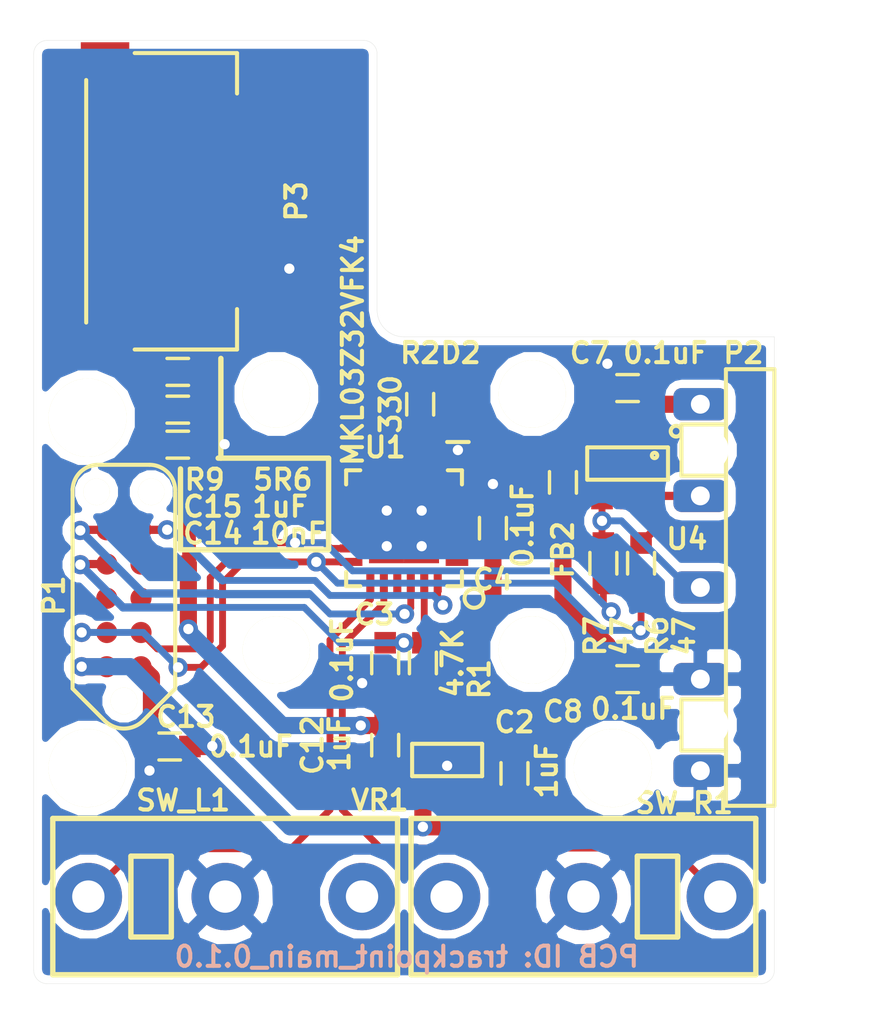
<source format=kicad_pcb>
(kicad_pcb (version 20171130) (host pcbnew "(5.0.0)")

  (general
    (thickness 1.6)
    (drawings 24)
    (tracks 221)
    (zones 0)
    (modules 31)
    (nets 37)
  )

  (page A3)
  (title_block
    (title "UHK Trackpoint Module")
    (rev 0.1.0)
    (company "Ultimate Gadget Laboratories Kft.")
  )

  (layers
    (0 F.Cu signal)
    (31 B.Cu signal)
    (32 B.Adhes user)
    (33 F.Adhes user)
    (34 B.Paste user)
    (35 F.Paste user)
    (36 B.SilkS user)
    (37 F.SilkS user)
    (38 B.Mask user)
    (39 F.Mask user)
    (40 Dwgs.User user)
    (41 Cmts.User user)
    (42 Eco1.User user)
    (43 Eco2.User user)
    (44 Edge.Cuts user)
    (45 Margin user)
    (46 B.CrtYd user)
    (47 F.CrtYd user)
    (49 F.Fab user hide)
  )

  (setup
    (last_trace_width 0.254)
    (user_trace_width 0.254)
    (user_trace_width 0.3048)
    (user_trace_width 0.381)
    (user_trace_width 0.508)
    (user_trace_width 0.635)
    (user_trace_width 0.762)
    (trace_clearance 0.2032)
    (zone_clearance 0.508)
    (zone_45_only no)
    (trace_min 0.254)
    (segment_width 0.2)
    (edge_width 0.1)
    (via_size 0.7112)
    (via_drill 0.381)
    (via_min_size 0.7112)
    (via_min_drill 0.381)
    (uvia_size 0.7112)
    (uvia_drill 0.381)
    (uvias_allowed no)
    (uvia_min_size 0.508)
    (uvia_min_drill 0.127)
    (pcb_text_width 0.3)
    (pcb_text_size 1.5 1.5)
    (mod_edge_width 0.15)
    (mod_text_size 1 1)
    (mod_text_width 0.15)
    (pad_size 1.5 1.5)
    (pad_drill 0.6)
    (pad_to_mask_clearance 0)
    (aux_axis_origin 0 0)
    (visible_elements 7FFFFF6F)
    (pcbplotparams
      (layerselection 0x00030_ffffffff)
      (usegerberextensions true)
      (usegerberattributes false)
      (usegerberadvancedattributes false)
      (creategerberjobfile false)
      (excludeedgelayer true)
      (linewidth 0.150000)
      (plotframeref false)
      (viasonmask false)
      (mode 1)
      (useauxorigin false)
      (hpglpennumber 1)
      (hpglpenspeed 20)
      (hpglpendiameter 15.000000)
      (psnegative false)
      (psa4output false)
      (plotreference true)
      (plotvalue true)
      (plotinvisibletext false)
      (padsonsilk false)
      (subtractmaskfromsilk false)
      (outputformat 1)
      (mirror false)
      (drillshape 1)
      (scaleselection 1)
      (outputdirectory ""))
  )

  (net 0 "")
  (net 1 /VCC_BOTTOM)
  (net 2 /SDA_BOTTOM)
  (net 3 /SCL_BOTTOM)
  (net 4 GND)
  (net 5 /RESET)
  (net 6 /SCL)
  (net 7 /SWDIO)
  (net 8 +5V)
  (net 9 /SWDCLK)
  (net 10 /SDA)
  (net 11 "Net-(P1-Pad5)")
  (net 12 +3V3)
  (net 13 "Net-(P1-Pad6)")
  (net 14 "Net-(VR1-Pad4)")
  (net 15 /TEST_LED_R)
  (net 16 "Net-(P3-Pad8)")
  (net 17 /TEST_LED)
  (net 18 "Net-(U1-Pad21)")
  (net 19 "Net-(U1-Pad16)")
  (net 20 "Net-(U1-Pad15)")
  (net 21 /TP_RST)
  (net 22 /CLK)
  (net 23 /DATA)
  (net 24 "Net-(U1-Pad10)")
  (net 25 "Net-(U1-Pad9)")
  (net 26 "Net-(U1-Pad8)")
  (net 27 /KEY_MRIGHT)
  (net 28 "Net-(U1-Pad6)")
  (net 29 /KEY_MLEFT)
  (net 30 "Net-(U1-Pad2)")
  (net 31 "Net-(U1-Pad1)")
  (net 32 "Net-(P3-Pad3)")
  (net 33 "Net-(P3-Pad1)")
  (net 34 "Net-(P3-Pad2)")
  (net 35 "Net-(U1-Pad5)")
  (net 36 "Net-(U1-Pad14)")

  (net_class Default "This is the default net class."
    (clearance 0.2032)
    (trace_width 0.254)
    (via_dia 0.7112)
    (via_drill 0.381)
    (uvia_dia 0.7112)
    (uvia_drill 0.381)
    (diff_pair_gap 0.254)
    (diff_pair_width 0.254)
    (add_net +3V3)
    (add_net +5V)
    (add_net /CLK)
    (add_net /DATA)
    (add_net /KEY_MLEFT)
    (add_net /KEY_MRIGHT)
    (add_net /RESET)
    (add_net /SCL)
    (add_net /SCL_BOTTOM)
    (add_net /SDA)
    (add_net /SDA_BOTTOM)
    (add_net /SWDCLK)
    (add_net /SWDIO)
    (add_net /TEST_LED)
    (add_net /TEST_LED_R)
    (add_net /TP_RST)
    (add_net /VCC_BOTTOM)
    (add_net GND)
    (add_net "Net-(P1-Pad5)")
    (add_net "Net-(P1-Pad6)")
    (add_net "Net-(P3-Pad1)")
    (add_net "Net-(P3-Pad2)")
    (add_net "Net-(P3-Pad3)")
    (add_net "Net-(P3-Pad8)")
    (add_net "Net-(U1-Pad1)")
    (add_net "Net-(U1-Pad10)")
    (add_net "Net-(U1-Pad14)")
    (add_net "Net-(U1-Pad15)")
    (add_net "Net-(U1-Pad16)")
    (add_net "Net-(U1-Pad2)")
    (add_net "Net-(U1-Pad21)")
    (add_net "Net-(U1-Pad5)")
    (add_net "Net-(U1-Pad6)")
    (add_net "Net-(U1-Pad8)")
    (add_net "Net-(U1-Pad9)")
    (add_net "Net-(VR1-Pad4)")
  )

  (module ugl:Tag_Connect_2x5_Header_With_No_Legs_Parallel_Numbering (layer F.Cu) (tedit 5D2DC950) (tstamp 5D2F24C9)
    (at 195.6 133.2 90)
    (tags "Tag-Connect TC2050")
    (path /5BCEC0CB)
    (attr virtual)
    (fp_text reference P1 (at 0.1 -2.6 90) (layer F.SilkS)
      (effects (font (size 0.75 0.75) (thickness 0.15)))
    )
    (fp_text value CONN_10 (at 0 2.6 90) (layer F.SilkS) hide
      (effects (font (size 0.75692 0.75692) (thickness 0.127)))
    )
    (fp_arc (start 4.0005 -0.9525) (end 4.0005 -1.905) (angle 90) (layer F.SilkS) (width 0.15))
    (fp_arc (start 4.0005 0.9525) (end 4.953 0.9525) (angle 90) (layer F.SilkS) (width 0.15))
    (fp_line (start 4.953 -0.9525) (end 4.953 0.9525) (layer F.SilkS) (width 0.15))
    (fp_arc (start -3.81 0) (end -4.5339 0.7239) (angle 90) (layer F.SilkS) (width 0.15))
    (fp_line (start -4.5339 -0.7239) (end -3.3528 -1.905) (layer F.SilkS) (width 0.15))
    (fp_line (start -4.5339 0.7239) (end -3.3528 1.905) (layer F.SilkS) (width 0.15))
    (fp_line (start 4.064 -1.905) (end -3.3528 -1.905) (layer F.SilkS) (width 0.15))
    (fp_line (start 3.937 1.905) (end -3.3528 1.905) (layer F.SilkS) (width 0.15))
    (pad "" np_thru_hole circle (at 3.95 1.016 90) (size 0.98552 0.98552) (drill 0.98552) (layers *.Cu *.Mask F.SilkS))
    (pad "" np_thru_hole circle (at 3.95 -1.016 90) (size 0.98552 0.98552) (drill 0.98552) (layers *.Cu *.Mask F.SilkS))
    (pad "" np_thru_hole circle (at -3.81 0 90) (size 0.98806 0.98806) (drill 0.98806) (layers *.Cu *.Mask F.SilkS))
    (pad 6 connect circle (at 0 -0.635 90) (size 0.78486 0.78486) (layers F.Cu F.Mask)
      (net 13 "Net-(P1-Pad6)"))
    (pad 5 connect circle (at 0 0.635 90) (size 0.78486 0.78486) (layers F.Cu F.Mask)
      (net 11 "Net-(P1-Pad5)"))
    (pad 4 connect circle (at -1.27 -0.635 90) (size 0.78486 0.78486) (layers F.Cu F.Mask)
      (net 10 /SDA))
    (pad 3 connect circle (at -1.27 0.635 90) (size 0.78486 0.78486) (layers F.Cu F.Mask)
      (net 6 /SCL))
    (pad 2 connect circle (at -2.54 -0.635 90) (size 0.78486 0.78486) (layers F.Cu F.Mask)
      (net 8 +5V))
    (pad 1 connect circle (at -2.54 0.635 90) (size 0.78486 0.78486) (layers F.Cu F.Mask)
      (net 4 GND))
    (pad 7 connect circle (at 1.27 0.635 90) (size 0.78486 0.78486) (layers F.Cu F.Mask)
      (net 12 +3V3))
    (pad 9 connect circle (at 2.54 0.635 90) (size 0.78486 0.78486) (layers F.Cu F.Mask)
      (net 7 /SWDIO))
    (pad 8 connect circle (at 1.27 -0.635 90) (size 0.78486 0.78486) (layers F.Cu F.Mask)
      (net 5 /RESET))
    (pad 10 connect circle (at 2.54 -0.635 90) (size 0.78486 0.78486) (layers F.Cu F.Mask)
      (net 9 /SWDCLK))
  )

  (module ugl:QFN-24-1EP_4x4mm_Pitch0.5mm (layer F.Cu) (tedit 583F0F95) (tstamp 5D26FFA4)
    (at 206 130.6 180)
    (descr "24-Lead Plastic Quad Flat, No Lead Package (MJ) - 4x4x0.9 mm Body [QFN]; (see Microchip Packaging Specification 00000049BS.pdf)")
    (tags "QFN 0.5")
    (path /58D7E646)
    (solder_mask_margin 0.025)
    (clearance 0.1)
    (attr smd)
    (fp_text reference U1 (at 0.7 3) (layer F.SilkS)
      (effects (font (size 0.75 0.75) (thickness 0.15)))
    )
    (fp_text value MKL03Z32VFK4 (at 1.9 6.6 90) (layer F.SilkS)
      (effects (font (size 0.75 0.75) (thickness 0.15)))
    )
    (fp_line (start 2.15 -2.15) (end 1.625 -2.15) (layer F.SilkS) (width 0.15))
    (fp_line (start 2.15 2.15) (end 1.625 2.15) (layer F.SilkS) (width 0.15))
    (fp_line (start -2.15 2.15) (end -1.625 2.15) (layer F.SilkS) (width 0.15))
    (fp_line (start 2.15 2.15) (end 2.15 1.625) (layer F.SilkS) (width 0.15))
    (fp_line (start -2.15 2.15) (end -2.15 1.625) (layer F.SilkS) (width 0.15))
    (fp_line (start 2.15 -2.15) (end 2.15 -1.625) (layer F.SilkS) (width 0.15))
    (fp_line (start -2.65 2.65) (end 2.65 2.65) (layer F.CrtYd) (width 0.05))
    (fp_line (start -2.65 -2.65) (end 2.65 -2.65) (layer F.CrtYd) (width 0.05))
    (fp_line (start 2.65 -2.65) (end 2.65 2.65) (layer F.CrtYd) (width 0.05))
    (fp_line (start -2.65 -2.65) (end -2.65 2.65) (layer F.CrtYd) (width 0.05))
    (fp_circle (center -2.6 -2.6) (end -2.35 -2.35) (layer F.SilkS) (width 0.15))
    (fp_line (start -2.15 -2.15) (end -1.6 -2.15) (layer F.SilkS) (width 0.15))
    (fp_line (start -2.15 -1.6) (end -2.15 -2.15) (layer F.SilkS) (width 0.15))
    (pad 25 smd rect (at -0.65 -0.65 180) (size 1.3 1.3) (layers F.Cu F.Paste F.Mask)
      (net 4 GND) (solder_paste_margin_ratio -0.2))
    (pad 25 smd rect (at -0.65 0.65 180) (size 1.3 1.3) (layers F.Cu F.Paste F.Mask)
      (net 4 GND) (solder_paste_margin_ratio -0.2))
    (pad 25 smd rect (at 0.65 -0.65 180) (size 1.3 1.3) (layers F.Cu F.Paste F.Mask)
      (net 4 GND) (solder_paste_margin_ratio -0.2))
    (pad 25 smd rect (at 0.65 0.65 180) (size 1.3 1.3) (layers F.Cu F.Paste F.Mask)
      (net 4 GND) (solder_paste_margin_ratio -0.2))
    (pad 24 smd rect (at -1.25 -1.965 270) (size 0.84 0.3) (layers F.Cu F.Paste F.Mask)
      (net 7 /SWDIO))
    (pad 23 smd rect (at -0.75 -1.965 270) (size 0.84 0.3) (layers F.Cu F.Paste F.Mask)
      (net 5 /RESET))
    (pad 22 smd rect (at -0.25 -1.965 270) (size 0.84 0.3) (layers F.Cu F.Paste F.Mask)
      (net 9 /SWDCLK))
    (pad 21 smd rect (at 0.25 -1.965 270) (size 0.84 0.3) (layers F.Cu F.Paste F.Mask)
      (net 18 "Net-(U1-Pad21)"))
    (pad 20 smd rect (at 0.75 -1.965 270) (size 0.84 0.3) (layers F.Cu F.Paste F.Mask)
      (net 27 /KEY_MRIGHT))
    (pad 19 smd rect (at 1.25 -1.965 270) (size 0.84 0.3) (layers F.Cu F.Paste F.Mask)
      (net 29 /KEY_MLEFT))
    (pad 18 smd rect (at 1.965 -1.25 180) (size 0.84 0.3) (layers F.Cu F.Paste F.Mask)
      (net 10 /SDA))
    (pad 17 smd rect (at 1.965 -0.75 180) (size 0.84 0.3) (layers F.Cu F.Paste F.Mask)
      (net 6 /SCL))
    (pad 16 smd rect (at 1.965 -0.25 180) (size 0.84 0.3) (layers F.Cu F.Paste F.Mask)
      (net 19 "Net-(U1-Pad16)"))
    (pad 15 smd rect (at 1.965 0.25 180) (size 0.84 0.3) (layers F.Cu F.Paste F.Mask)
      (net 20 "Net-(U1-Pad15)"))
    (pad 14 smd rect (at 1.965 0.75 180) (size 0.84 0.3) (layers F.Cu F.Paste F.Mask)
      (net 36 "Net-(U1-Pad14)"))
    (pad 13 smd rect (at 1.965 1.25 180) (size 0.84 0.3) (layers F.Cu F.Paste F.Mask)
      (net 21 /TP_RST))
    (pad 12 smd rect (at 1.25 1.965 270) (size 0.84 0.3) (layers F.Cu F.Paste F.Mask)
      (net 22 /CLK))
    (pad 11 smd rect (at 0.75 1.965 270) (size 0.84 0.3) (layers F.Cu F.Paste F.Mask)
      (net 23 /DATA))
    (pad 10 smd rect (at 0.25 1.965 270) (size 0.84 0.3) (layers F.Cu F.Paste F.Mask)
      (net 24 "Net-(U1-Pad10)"))
    (pad 9 smd rect (at -0.25 1.965 270) (size 0.84 0.3) (layers F.Cu F.Paste F.Mask)
      (net 25 "Net-(U1-Pad9)"))
    (pad 8 smd rect (at -0.75 1.965 270) (size 0.84 0.3) (layers F.Cu F.Paste F.Mask)
      (net 26 "Net-(U1-Pad8)"))
    (pad 7 smd rect (at -1.25 1.965 270) (size 0.84 0.3) (layers F.Cu F.Paste F.Mask)
      (net 17 /TEST_LED))
    (pad 6 smd rect (at -1.965 1.25 180) (size 0.84 0.3) (layers F.Cu F.Paste F.Mask)
      (net 28 "Net-(U1-Pad6)"))
    (pad 5 smd rect (at -1.965 0.75 180) (size 0.84 0.3) (layers F.Cu F.Paste F.Mask)
      (net 35 "Net-(U1-Pad5)"))
    (pad 4 smd rect (at -1.965 0.25 180) (size 0.84 0.3) (layers F.Cu F.Paste F.Mask)
      (net 4 GND))
    (pad 3 smd rect (at -1.965 -0.25 180) (size 0.84 0.3) (layers F.Cu F.Paste F.Mask)
      (net 12 +3V3))
    (pad 2 smd rect (at -1.965 -0.75 180) (size 0.84 0.3) (layers F.Cu F.Paste F.Mask)
      (net 30 "Net-(U1-Pad2)"))
    (pad 1 smd rect (at -1.965 -1.25 180) (size 0.84 0.3) (layers F.Cu F.Paste F.Mask)
      (net 31 "Net-(U1-Pad1)"))
    (model Housings_DFN_QFN.3dshapes/QFN-24-1EP_4x4mm_Pitch0.5mm.wrl
      (at (xyz 0 0 0))
      (scale (xyz 1 1 1))
      (rotate (xyz 0 0 0))
    )
  )

  (module ugl:SC-74-TVS (layer F.Cu) (tedit 5C6C5882) (tstamp 5D2728EC)
    (at 214.3 128.2 180)
    (path /576A5C90)
    (attr smd)
    (fp_text reference U4 (at -2.2 -2.8) (layer F.SilkS)
      (effects (font (size 0.75 0.75) (thickness 0.15)))
    )
    (fp_text value ESD (at -2.1 0 270) (layer F.Fab) hide
      (effects (font (size 0.75 0.75) (thickness 0.15)))
    )
    (fp_line (start -1.5 -0.6) (end 1.5 -0.6) (layer F.SilkS) (width 0.15))
    (fp_line (start 1.5 -0.6) (end 1.5 0.6) (layer F.SilkS) (width 0.15))
    (fp_line (start 1.5 0.6) (end -1.5 0.6) (layer F.SilkS) (width 0.15))
    (fp_line (start -1.5 0.6) (end -1.5 -0.6) (layer F.SilkS) (width 0.15))
    (fp_circle (center -1 0.3) (end -0.9 0.3) (layer F.SilkS) (width 0.15))
    (fp_circle (center -1.8 1.2) (end -1.6 1.2) (layer F.SilkS) (width 0.15))
    (pad 3 smd rect (at 0.95 1.2 180) (size 0.8 1) (layers F.Cu F.Paste F.Mask))
    (pad 2 smd rect (at 0 1.2 180) (size 0.6 1) (layers F.Cu F.Paste F.Mask)
      (net 4 GND))
    (pad 1 smd rect (at -0.95 1.2 180) (size 0.8 1) (layers F.Cu F.Paste F.Mask)
      (net 1 /VCC_BOTTOM))
    (pad 4 smd rect (at 0.95 -1.2 180) (size 0.8 1) (layers F.Cu F.Paste F.Mask)
      (net 3 /SCL_BOTTOM))
    (pad 5 smd rect (at -0.95 -1.2 180) (size 0.8 1) (layers F.Cu F.Paste F.Mask)
      (net 2 /SDA_BOTTOM))
    (pad "" smd rect (at 0 -1.2 180) (size 0.6 1) (layers F.Cu F.Paste F.Mask))
  )

  (module ugl:SM0603 (layer F.Cu) (tedit 5D270D4D) (tstamp 5D2710DB)
    (at 209.3 130.6 270)
    (path /5134D4EB)
    (attr smd)
    (fp_text reference C4 (at 1.9 0 180) (layer F.SilkS)
      (effects (font (size 0.75 0.75) (thickness 0.15)))
    )
    (fp_text value 0.1uF (at -0.1 -1.1 270) (layer F.SilkS)
      (effects (font (size 0.75 0.75) (thickness 0.15)))
    )
    (fp_line (start -0.4 -0.5) (end 0.4 -0.5) (layer F.SilkS) (width 0.127))
    (fp_line (start 0.4 0.5) (end -0.4 0.5) (layer F.SilkS) (width 0.127))
    (pad 1 smd rect (at -0.75 0 270) (size 0.8 0.8) (layers F.Cu F.Paste F.Mask)
      (net 4 GND))
    (pad 2 smd rect (at 0.75 0 270) (size 0.8 0.8) (layers F.Cu F.Paste F.Mask)
      (net 12 +3V3))
    (model smd\resistors\R0603.wrl
      (offset (xyz 0 0 0.02540000082496551))
      (scale (xyz 0.5 0.5 0.5))
      (rotate (xyz 0 0 0))
    )
  )

  (module ugl:SM0603 (layer F.Cu) (tedit 5D270D7A) (tstamp 5D26FF5F)
    (at 214.3 125.4)
    (path /5768A632)
    (attr smd)
    (fp_text reference C7 (at -1.4 -1.3) (layer F.SilkS)
      (effects (font (size 0.75 0.75) (thickness 0.15)))
    )
    (fp_text value 0.1uF (at 1.4 -1.3) (layer F.SilkS)
      (effects (font (size 0.75 0.75) (thickness 0.15)))
    )
    (fp_line (start 0.4 0.5) (end -0.4 0.5) (layer F.SilkS) (width 0.127))
    (fp_line (start -0.4 -0.5) (end 0.4 -0.5) (layer F.SilkS) (width 0.127))
    (pad 2 smd rect (at 0.75 0) (size 0.8 0.8) (layers F.Cu F.Paste F.Mask)
      (net 1 /VCC_BOTTOM))
    (pad 1 smd rect (at -0.75 0) (size 0.8 0.8) (layers F.Cu F.Paste F.Mask)
      (net 4 GND))
    (model smd\resistors\R0603.wrl
      (offset (xyz 0 0 0.02540000082496551))
      (scale (xyz 0.5 0.5 0.5))
      (rotate (xyz 0 0 0))
    )
  )

  (module ugl:SM0603 (layer F.Cu) (tedit 5D270E17) (tstamp 5D26FF57)
    (at 205.3 138.65 90)
    (path /577395C1)
    (attr smd)
    (fp_text reference C12 (at 0 -2.7 90) (layer F.SilkS)
      (effects (font (size 0.75 0.75) (thickness 0.15)))
    )
    (fp_text value 1uF (at 0.05 -1.7 90) (layer F.SilkS)
      (effects (font (size 0.75 0.75) (thickness 0.15)))
    )
    (fp_line (start -0.4 -0.5) (end 0.4 -0.5) (layer F.SilkS) (width 0.127))
    (fp_line (start 0.4 0.5) (end -0.4 0.5) (layer F.SilkS) (width 0.127))
    (pad 1 smd rect (at -0.75 0 90) (size 0.8 0.8) (layers F.Cu F.Paste F.Mask)
      (net 4 GND))
    (pad 2 smd rect (at 0.75 0 90) (size 0.8 0.8) (layers F.Cu F.Paste F.Mask)
      (net 12 +3V3))
    (model smd\resistors\R0603.wrl
      (offset (xyz 0 0 0.02540000082496551))
      (scale (xyz 0.5 0.5 0.5))
      (rotate (xyz 0 0 0))
    )
  )

  (module ugl:SM0603 (layer F.Cu) (tedit 5D270E8D) (tstamp 5D26FF4F)
    (at 197.3 138.7)
    (path /5D246257)
    (attr smd)
    (fp_text reference C13 (at 0.6 -1.1) (layer F.SilkS)
      (effects (font (size 0.75 0.75) (thickness 0.15)))
    )
    (fp_text value 0.1uF (at 3 0) (layer F.SilkS)
      (effects (font (size 0.75 0.75) (thickness 0.15)))
    )
    (fp_line (start 0.4 0.5) (end -0.4 0.5) (layer F.SilkS) (width 0.127))
    (fp_line (start -0.4 -0.5) (end 0.4 -0.5) (layer F.SilkS) (width 0.127))
    (pad 2 smd rect (at 0.75 0) (size 0.8 0.8) (layers F.Cu F.Paste F.Mask)
      (net 8 +5V))
    (pad 1 smd rect (at -0.75 0) (size 0.8 0.8) (layers F.Cu F.Paste F.Mask)
      (net 4 GND))
    (model smd\resistors\R0603.wrl
      (offset (xyz 0 0 0.02540000082496551))
      (scale (xyz 0.5 0.5 0.5))
      (rotate (xyz 0 0 0))
    )
  )

  (module ugl:SM0603 (layer F.Cu) (tedit 5D270EFD) (tstamp 5D270D35)
    (at 197.6 127.5 180)
    (path /5D2A0236)
    (attr smd)
    (fp_text reference C14 (at -1.3 -3.3 180) (layer F.SilkS)
      (effects (font (size 0.75 0.75) (thickness 0.15)))
    )
    (fp_text value 10nF (at -4.1 -3.3 180) (layer F.SilkS)
      (effects (font (size 0.75 0.75) (thickness 0.15)))
    )
    (fp_line (start -0.4 -0.5) (end 0.4 -0.5) (layer F.SilkS) (width 0.127))
    (fp_line (start 0.4 0.5) (end -0.4 0.5) (layer F.SilkS) (width 0.127))
    (pad 1 smd rect (at -0.75 0 180) (size 0.8 0.8) (layers F.Cu F.Paste F.Mask)
      (net 4 GND))
    (pad 2 smd rect (at 0.75 0 180) (size 0.8 0.8) (layers F.Cu F.Paste F.Mask)
      (net 12 +3V3))
    (model smd\resistors\R0603.wrl
      (offset (xyz 0 0 0.02540000082496551))
      (scale (xyz 0.5 0.5 0.5))
      (rotate (xyz 0 0 0))
    )
  )

  (module ugl:SM0603 (layer F.Cu) (tedit 5D270EF2) (tstamp 5D26FF3F)
    (at 197.6 126.2 180)
    (path /5D294E73)
    (attr smd)
    (fp_text reference C15 (at -1.3 -3.6 180) (layer F.SilkS)
      (effects (font (size 0.75 0.75) (thickness 0.15)))
    )
    (fp_text value 1uF (at -3.8 -3.6 180) (layer F.SilkS)
      (effects (font (size 0.75 0.75) (thickness 0.15)))
    )
    (fp_line (start 0.4 0.5) (end -0.4 0.5) (layer F.SilkS) (width 0.127))
    (fp_line (start -0.4 -0.5) (end 0.4 -0.5) (layer F.SilkS) (width 0.127))
    (pad 2 smd rect (at 0.75 0 180) (size 0.8 0.8) (layers F.Cu F.Paste F.Mask)
      (net 12 +3V3))
    (pad 1 smd rect (at -0.75 0 180) (size 0.8 0.8) (layers F.Cu F.Paste F.Mask)
      (net 4 GND))
    (model smd\resistors\R0603.wrl
      (offset (xyz 0 0 0.02540000082496551))
      (scale (xyz 0.5 0.5 0.5))
      (rotate (xyz 0 0 0))
    )
  )

  (module ugl:SM0603 (layer F.Cu) (tedit 5C6C58A5) (tstamp 5D270729)
    (at 211.9 128.9 270)
    (path /583C6AF0)
    (attr smd)
    (fp_text reference FB2 (at 2.5 0 270) (layer F.SilkS)
      (effects (font (size 0.75 0.75) (thickness 0.15)))
    )
    (fp_text value FERRITE_BEAD (at 0 1.5 270) (layer F.SilkS) hide
      (effects (font (size 0.75 0.75) (thickness 0.15)))
    )
    (fp_line (start -0.4 -0.5) (end 0.4 -0.5) (layer F.SilkS) (width 0.127))
    (fp_line (start 0.4 0.5) (end -0.4 0.5) (layer F.SilkS) (width 0.127))
    (pad 1 smd rect (at -0.75 0 270) (size 0.8 0.8) (layers F.Cu F.Paste F.Mask)
      (net 1 /VCC_BOTTOM))
    (pad 2 smd rect (at 0.75 0 270) (size 0.8 0.8) (layers F.Cu F.Paste F.Mask)
      (net 8 +5V))
    (model smd\resistors\R0603.wrl
      (offset (xyz 0 0 0.02540000082496551))
      (scale (xyz 0.5 0.5 0.5))
      (rotate (xyz 0 0 0))
    )
  )

  (module ugl:SM0603 (layer F.Cu) (tedit 5D270E68) (tstamp 5D26FF2F)
    (at 205.3 135.6 90)
    (path /5753AF22)
    (attr smd)
    (fp_text reference C3 (at 1.8 -0.4 180) (layer F.SilkS)
      (effects (font (size 0.75 0.75) (thickness 0.15)))
    )
    (fp_text value 0.1uF (at 0.1 -1.6 90) (layer F.SilkS)
      (effects (font (size 0.75 0.75) (thickness 0.15)))
    )
    (fp_line (start 0.4 0.5) (end -0.4 0.5) (layer F.SilkS) (width 0.127))
    (fp_line (start -0.4 -0.5) (end 0.4 -0.5) (layer F.SilkS) (width 0.127))
    (pad 2 smd rect (at 0.75 0 90) (size 0.8 0.8) (layers F.Cu F.Paste F.Mask)
      (net 5 /RESET))
    (pad 1 smd rect (at -0.75 0 90) (size 0.8 0.8) (layers F.Cu F.Paste F.Mask)
      (net 4 GND))
    (model smd\resistors\R0603.wrl
      (offset (xyz 0 0 0.02540000082496551))
      (scale (xyz 0.5 0.5 0.5))
      (rotate (xyz 0 0 0))
    )
  )

  (module ugl:SM0603 (layer F.Cu) (tedit 5D270D3B) (tstamp 5D26FF27)
    (at 206.6 126 270)
    (path /577F1EDC)
    (attr smd)
    (fp_text reference R2 (at -1.9 0) (layer F.SilkS)
      (effects (font (size 0.75 0.75) (thickness 0.15)))
    )
    (fp_text value 330 (at 0 1.1 270) (layer F.SilkS)
      (effects (font (size 0.75 0.75) (thickness 0.15)))
    )
    (fp_line (start -0.4 -0.5) (end 0.4 -0.5) (layer F.SilkS) (width 0.127))
    (fp_line (start 0.4 0.5) (end -0.4 0.5) (layer F.SilkS) (width 0.127))
    (pad 1 smd rect (at -0.75 0 270) (size 0.8 0.8) (layers F.Cu F.Paste F.Mask)
      (net 15 /TEST_LED_R))
    (pad 2 smd rect (at 0.75 0 270) (size 0.8 0.8) (layers F.Cu F.Paste F.Mask)
      (net 17 /TEST_LED))
    (model smd\resistors\R0603.wrl
      (offset (xyz 0 0 0.02540000082496551))
      (scale (xyz 0.5 0.5 0.5))
      (rotate (xyz 0 0 0))
    )
  )

  (module ugl:SM0603 (layer F.Cu) (tedit 5D270DE1) (tstamp 5D270826)
    (at 214.8 131.9 90)
    (path /5768A631)
    (attr smd)
    (fp_text reference R6 (at -2.7 0.6 90) (layer F.SilkS)
      (effects (font (size 0.75 0.75) (thickness 0.15)))
    )
    (fp_text value 47 (at -2.7 1.6 90) (layer F.SilkS)
      (effects (font (size 0.75 0.75) (thickness 0.15)))
    )
    (fp_line (start 0.4 0.5) (end -0.4 0.5) (layer F.SilkS) (width 0.127))
    (fp_line (start -0.4 -0.5) (end 0.4 -0.5) (layer F.SilkS) (width 0.127))
    (pad 2 smd rect (at 0.75 0 90) (size 0.8 0.8) (layers F.Cu F.Paste F.Mask)
      (net 2 /SDA_BOTTOM))
    (pad 1 smd rect (at -0.75 0 90) (size 0.8 0.8) (layers F.Cu F.Paste F.Mask)
      (net 10 /SDA))
    (model smd\resistors\R0603.wrl
      (offset (xyz 0 0 0.02540000082496551))
      (scale (xyz 0.5 0.5 0.5))
      (rotate (xyz 0 0 0))
    )
  )

  (module ugl:SM0603 (layer F.Cu) (tedit 5D270DF3) (tstamp 5D26FF17)
    (at 213.4 131.9 90)
    (path /5768A63A)
    (attr smd)
    (fp_text reference R7 (at -2.7 -0.3 90) (layer F.SilkS)
      (effects (font (size 0.75 0.75) (thickness 0.15)))
    )
    (fp_text value 47 (at -2.7 0.7 90) (layer F.SilkS)
      (effects (font (size 0.75 0.75) (thickness 0.15)))
    )
    (fp_line (start -0.4 -0.5) (end 0.4 -0.5) (layer F.SilkS) (width 0.127))
    (fp_line (start 0.4 0.5) (end -0.4 0.5) (layer F.SilkS) (width 0.127))
    (pad 1 smd rect (at -0.75 0 90) (size 0.8 0.8) (layers F.Cu F.Paste F.Mask)
      (net 6 /SCL))
    (pad 2 smd rect (at 0.75 0 90) (size 0.8 0.8) (layers F.Cu F.Paste F.Mask)
      (net 3 /SCL_BOTTOM))
    (model smd\resistors\R0603.wrl
      (offset (xyz 0 0 0.02540000082496551))
      (scale (xyz 0.5 0.5 0.5))
      (rotate (xyz 0 0 0))
    )
  )

  (module ugl:SM0603 (layer F.Cu) (tedit 5D270EE4) (tstamp 5D26FF0F)
    (at 197.6 124.8)
    (path /5D29D209)
    (attr smd)
    (fp_text reference R9 (at 1 4) (layer F.SilkS)
      (effects (font (size 0.75 0.75) (thickness 0.15)))
    )
    (fp_text value 5R6 (at 3.9 4) (layer F.SilkS)
      (effects (font (size 0.75 0.75) (thickness 0.15)))
    )
    (fp_line (start 0.4 0.5) (end -0.4 0.5) (layer F.SilkS) (width 0.127))
    (fp_line (start -0.4 -0.5) (end 0.4 -0.5) (layer F.SilkS) (width 0.127))
    (pad 2 smd rect (at 0.75 0) (size 0.8 0.8) (layers F.Cu F.Paste F.Mask)
      (net 16 "Net-(P3-Pad8)"))
    (pad 1 smd rect (at -0.75 0) (size 0.8 0.8) (layers F.Cu F.Paste F.Mask)
      (net 12 +3V3))
    (model smd\resistors\R0603.wrl
      (offset (xyz 0 0 0.02540000082496551))
      (scale (xyz 0.5 0.5 0.5))
      (rotate (xyz 0 0 0))
    )
  )

  (module ugl:SM0603 (layer F.Cu) (tedit 5D270E2B) (tstamp 5D26FF07)
    (at 210.1 139.7 270)
    (path /57597A6D)
    (attr smd)
    (fp_text reference C2 (at -1.9 0) (layer F.SilkS)
      (effects (font (size 0.75 0.75) (thickness 0.15)))
    )
    (fp_text value 1uF (at -0.1 -1.2 270) (layer F.SilkS)
      (effects (font (size 0.75 0.75) (thickness 0.15)))
    )
    (fp_line (start -0.4 -0.5) (end 0.4 -0.5) (layer F.SilkS) (width 0.127))
    (fp_line (start 0.4 0.5) (end -0.4 0.5) (layer F.SilkS) (width 0.127))
    (pad 1 smd rect (at -0.75 0 270) (size 0.8 0.8) (layers F.Cu F.Paste F.Mask)
      (net 4 GND))
    (pad 2 smd rect (at 0.75 0 270) (size 0.8 0.8) (layers F.Cu F.Paste F.Mask)
      (net 8 +5V))
    (model smd\resistors\R0603.wrl
      (offset (xyz 0 0 0.02540000082496551))
      (scale (xyz 0.5 0.5 0.5))
      (rotate (xyz 0 0 0))
    )
  )

  (module ugl:SM0603 (layer F.Cu) (tedit 5D270DC9) (tstamp 5D26FEFF)
    (at 214.3 136.2 180)
    (path /5768A633)
    (attr smd)
    (fp_text reference C8 (at 2.4 -1.2 180) (layer F.SilkS)
      (effects (font (size 0.75 0.75) (thickness 0.15)))
    )
    (fp_text value 0.1uF (at -0.2 -1.1 180) (layer F.SilkS)
      (effects (font (size 0.75 0.75) (thickness 0.15)))
    )
    (fp_line (start 0.4 0.5) (end -0.4 0.5) (layer F.SilkS) (width 0.127))
    (fp_line (start -0.4 -0.5) (end 0.4 -0.5) (layer F.SilkS) (width 0.127))
    (pad 2 smd rect (at 0.75 0 180) (size 0.8 0.8) (layers F.Cu F.Paste F.Mask)
      (net 8 +5V))
    (pad 1 smd rect (at -0.75 0 180) (size 0.8 0.8) (layers F.Cu F.Paste F.Mask)
      (net 4 GND))
    (model smd\resistors\R0603.wrl
      (offset (xyz 0 0 0.02540000082496551))
      (scale (xyz 0.5 0.5 0.5))
      (rotate (xyz 0 0 0))
    )
  )

  (module ugl:SM0603 (layer F.Cu) (tedit 5D270E40) (tstamp 5D272C4E)
    (at 206.7 135.6 90)
    (path /5778146F)
    (attr smd)
    (fp_text reference R1 (at -0.6 2.1 90) (layer F.SilkS)
      (effects (font (size 0.75 0.75) (thickness 0.15)))
    )
    (fp_text value 4.7K (at 0 1.1 270) (layer F.SilkS)
      (effects (font (size 0.75 0.75) (thickness 0.15)))
    )
    (fp_line (start -0.4 -0.5) (end 0.4 -0.5) (layer F.SilkS) (width 0.127))
    (fp_line (start 0.4 0.5) (end -0.4 0.5) (layer F.SilkS) (width 0.127))
    (pad 1 smd rect (at -0.75 0 90) (size 0.8 0.8) (layers F.Cu F.Paste F.Mask)
      (net 12 +3V3))
    (pad 2 smd rect (at 0.75 0 90) (size 0.8 0.8) (layers F.Cu F.Paste F.Mask)
      (net 5 /RESET))
    (model smd\resistors\R0603.wrl
      (offset (xyz 0 0 0.02540000082496551))
      (scale (xyz 0.5 0.5 0.5))
      (rotate (xyz 0 0 0))
    )
  )

  (module ugl:SM0603_Diode (layer F.Cu) (tedit 5C80DD67) (tstamp 5D26FEEF)
    (at 208 126 90)
    (path /577F2A5A)
    (attr smd)
    (fp_text reference D2 (at 1.9 0.1 180) (layer F.SilkS)
      (effects (font (size 0.75 0.75) (thickness 0.15)))
    )
    (fp_text value LED (at 0 1.3 90) (layer F.SilkS) hide
      (effects (font (size 0.75 0.75) (thickness 0.15)))
    )
    (fp_line (start -1.4 -0.4) (end -1.4 0.4) (layer F.SilkS) (width 0.15))
    (pad 1 smd rect (at -0.75 0 90) (size 0.8 0.8) (layers F.Cu F.Paste F.Mask)
      (net 4 GND))
    (pad 2 smd rect (at 0.75 0 90) (size 0.8 0.8) (layers F.Cu F.Paste F.Mask)
      (net 15 /TEST_LED_R))
    (model smd\resistors\R0603.wrl
      (offset (xyz 0 0 0.02540000082496551))
      (scale (xyz 0.5 0.5 0.5))
      (rotate (xyz 0 0 0))
    )
  )

  (module ugl:SOT-23-5 (layer F.Cu) (tedit 5CACA08F) (tstamp 5D26FEE8)
    (at 207.6 139.2 180)
    (tags SOT23)
    (path /5CB4CDAE)
    (attr smd)
    (fp_text reference VR1 (at 2.5 -1.5 180) (layer F.SilkS)
      (effects (font (size 0.75 0.75) (thickness 0.15)))
    )
    (fp_text value MIC5504-3.3YM5 (at 0 -2.667 180) (layer F.SilkS) hide
      (effects (font (size 0.75 0.75) (thickness 0.15)))
    )
    (fp_line (start -1.3 0.6) (end 1.3 0.6) (layer F.SilkS) (width 0.15))
    (fp_line (start 1.3 -0.6) (end -1.3 -0.6) (layer F.SilkS) (width 0.15))
    (fp_line (start 1.3 -0.6) (end 1.3 0.6) (layer F.SilkS) (width 0.15))
    (fp_line (start -1.3 -0.6) (end -1.3 0.6) (layer F.SilkS) (width 0.15))
    (pad 2 smd rect (at 0 -1.3 180) (size 0.66 1) (layers F.Cu F.Paste F.Mask)
      (net 4 GND))
    (pad 5 smd rect (at 0.9525 1.3 180) (size 0.66 1) (layers F.Cu F.Paste F.Mask)
      (net 12 +3V3))
    (pad 4 smd rect (at -0.9525 1.3 180) (size 0.66 1) (layers F.Cu F.Paste F.Mask)
      (net 14 "Net-(VR1-Pad4)"))
    (pad 3 smd rect (at -0.9 -1.3 180) (size 0.66 1) (layers F.Cu F.Paste F.Mask)
      (net 8 +5V))
    (pad 1 smd rect (at 0.9 -1.3 180) (size 0.66 1) (layers F.Cu F.Paste F.Mask)
      (net 8 +5V))
    (model smd\SOT23_3.wrl
      (at (xyz 0 0 0))
      (scale (xyz 0.4 0.4 0.4))
      (rotate (xyz 0 0 180))
    )
  )

  (module ugl:CMI126603D08 locked (layer F.Cu) (tedit 5D26F54B) (tstamp 5CEDA412)
    (at 199.360001 144.268997)
    (path /5CE50DFF)
    (fp_text reference SW_L1 (at -1.560001 -3.568997) (layer F.SilkS)
      (effects (font (size 0.75 0.75) (thickness 0.15)))
    )
    (fp_text value CMI126603D08 (at 0 3.9) (layer F.Fab)
      (effects (font (size 0.75 0.75) (thickness 0.15)))
    )
    (fp_line (start -3.5 1.5) (end -3.5 -1.5) (layer F.SilkS) (width 0.2))
    (fp_line (start -2 1.5) (end -3.5 1.5) (layer F.SilkS) (width 0.2))
    (fp_line (start -2 -1.5) (end -2 1.5) (layer F.SilkS) (width 0.2))
    (fp_line (start -3.5 -1.5) (end -2 -1.5) (layer F.SilkS) (width 0.2))
    (fp_line (start 6.4 -2.9) (end 6.4 2.9) (layer F.SilkS) (width 0.2))
    (fp_line (start -6.4 2.9) (end 6.4 2.9) (layer F.SilkS) (width 0.2))
    (fp_line (start -6.4 -2.9) (end -6.4 2.9) (layer F.SilkS) (width 0.2))
    (fp_line (start 6.4 -2.9) (end -6.4 -2.9) (layer F.SilkS) (width 0.2))
    (pad 3 thru_hole circle (at 5.08 0) (size 2.5 2.5) (drill 1.2) (layers *.Cu *.Mask))
    (pad 2 thru_hole circle (at 0 0) (size 2.5 2.5) (drill 1.2) (layers *.Cu *.Mask)
      (net 4 GND))
    (pad 1 thru_hole circle (at -5.08 0) (size 2.5 2.5) (drill 1.2) (layers *.Cu *.Mask)
      (net 29 /KEY_MLEFT))
  )

  (module ugl:CMI126603D08 locked (layer F.Cu) (tedit 5D26F550) (tstamp 5CEDA308)
    (at 212.660004 144.268997 180)
    (path /5CE56C4B)
    (fp_text reference SW_R1 (at -3.739996 3.468997) (layer F.SilkS)
      (effects (font (size 0.75 0.75) (thickness 0.15)))
    )
    (fp_text value CMI126603D08 (at 0 3.9) (layer F.Fab)
      (effects (font (size 0.75 0.75) (thickness 0.15)))
    )
    (fp_line (start -3.5 1.5) (end -3.5 -1.5) (layer F.SilkS) (width 0.2))
    (fp_line (start -2 1.5) (end -3.5 1.5) (layer F.SilkS) (width 0.2))
    (fp_line (start -2 -1.5) (end -2 1.5) (layer F.SilkS) (width 0.2))
    (fp_line (start -3.5 -1.5) (end -2 -1.5) (layer F.SilkS) (width 0.2))
    (fp_line (start 6.4 -2.9) (end 6.4 2.9) (layer F.SilkS) (width 0.2))
    (fp_line (start -6.4 2.9) (end 6.4 2.9) (layer F.SilkS) (width 0.2))
    (fp_line (start -6.4 -2.9) (end -6.4 2.9) (layer F.SilkS) (width 0.2))
    (fp_line (start 6.4 -2.9) (end -6.4 -2.9) (layer F.SilkS) (width 0.2))
    (pad 3 thru_hole circle (at 5.08 0 180) (size 2.5 2.5) (drill 1.2) (layers *.Cu *.Mask))
    (pad 2 thru_hole circle (at 0 0 180) (size 2.5 2.5) (drill 1.2) (layers *.Cu *.Mask)
      (net 4 GND))
    (pad 1 thru_hole circle (at -5.08 0 180) (size 2.5 2.5) (drill 1.2) (layers *.Cu *.Mask)
      (net 27 /KEY_MRIGHT))
  )

  (module ugl:84981-8 locked (layer F.Cu) (tedit 5D270EB9) (tstamp 5D211DF6)
    (at 194.199997 118.468994 270)
    (descr "FFC connector")
    (path /5D276884)
    (fp_text reference P3 (at 0 -7.800003 90) (layer F.SilkS)
      (effects (font (size 0.75 0.75) (thickness 0.15)))
    )
    (fp_text value CONN_8 (at 0 0.8 90) (layer F.SilkS) hide
      (effects (font (size 0.75 0.75) (thickness 0.15)))
    )
    (fp_line (start 5.5 -5.6) (end 4 -5.6) (layer F.SilkS) (width 0.15))
    (fp_line (start -5.5 -5.6) (end -4 -5.6) (layer F.SilkS) (width 0.15))
    (fp_line (start -4.5 0) (end 4.5 0) (layer F.SilkS) (width 0.15))
    (fp_line (start 5.5 -1.8) (end 5.5 -5.6) (layer F.SilkS) (width 0.15))
    (fp_line (start -5.5 -1.8) (end -5.5 -5.6) (layer F.SilkS) (width 0.15))
    (pad 5 smd rect (at 0.5 -5.95 270) (size 0.6 1.7) (layers F.Cu F.Paste F.Mask)
      (net 22 /CLK))
    (pad 4 smd rect (at -0.5 -5.95 270) (size 0.6 1.7) (layers F.Cu F.Paste F.Mask)
      (net 23 /DATA))
    (pad 6 smd rect (at 1.5 -5.95 270) (size 0.6 1.7) (layers F.Cu F.Paste F.Mask)
      (net 21 /TP_RST))
    (pad 3 smd rect (at -1.5 -5.95 270) (size 0.6 1.7) (layers F.Cu F.Paste F.Mask)
      (net 32 "Net-(P3-Pad3)"))
    (pad "" smd rect (at 5.3 -0.7 270) (size 1.2 1.8) (layers F.Cu F.Paste F.Mask))
    (pad "" smd rect (at -5.3 -0.7 270) (size 1.2 1.8) (layers F.Cu F.Paste F.Mask))
    (pad 1 smd rect (at -3.5 -5.95 270) (size 0.6 1.7) (layers F.Cu F.Paste F.Mask)
      (net 33 "Net-(P3-Pad1)"))
    (pad 8 smd rect (at 3.5 -5.95 270) (size 0.6 1.7) (layers F.Cu F.Paste F.Mask)
      (net 16 "Net-(P3-Pad8)"))
    (pad 7 smd rect (at 2.5 -5.95 270) (size 0.6 1.7) (layers F.Cu F.Paste F.Mask)
      (net 4 GND))
    (pad 2 smd rect (at -2.5 -5.95 270) (size 0.6 1.7) (layers F.Cu F.Paste F.Mask)
      (net 34 "Net-(P3-Pad2)"))
  )

  (module ugl:UHK_Male_Pogo_Pin_v2 locked (layer F.Cu) (tedit 5D26F67D) (tstamp 5CEDB663)
    (at 219.75 132.800003)
    (path /5768A627)
    (attr virtual)
    (fp_text reference P2 (at -1.15 -8.700003) (layer F.SilkS)
      (effects (font (size 0.75 0.75) (thickness 0.15)))
    )
    (fp_text value CONN_5 (at 0 -9.95 180) (layer F.SilkS) hide
      (effects (font (size 0.75 0.75) (thickness 0.15)))
    )
    (fp_line (start 2.5 -9.1) (end 2.5 9.3) (layer Cmts.User) (width 0.15))
    (fp_line (start 0 9.3) (end 2.5 9.3) (layer Cmts.User) (width 0.15))
    (fp_line (start -1.8 8.1) (end -1.8 -8.1) (layer F.SilkS) (width 0.15))
    (fp_line (start 0 -9.1) (end 2.5 -9.1) (layer Cmts.User) (width 0.15))
    (fp_line (start 2.5 -7.3) (end 3 -7.3) (layer Cmts.User) (width 0.15))
    (fp_line (start 2.5 -6.3) (end 3 -6.3) (layer Cmts.User) (width 0.15))
    (fp_arc (start 3.1 -6.8) (end 3.1 -6.3) (angle -180) (layer Cmts.User) (width 0.15))
    (fp_line (start 2.5 -2.9) (end 3 -2.9) (layer Cmts.User) (width 0.15))
    (fp_line (start 2.5 -3.9) (end 3 -3.9) (layer Cmts.User) (width 0.15))
    (fp_arc (start 3.1 -3.4) (end 3.1 -2.9) (angle -180) (layer Cmts.User) (width 0.15))
    (fp_line (start 2.5 0.5) (end 3 0.5) (layer Cmts.User) (width 0.15))
    (fp_line (start 2.5 -0.5) (end 3 -0.5) (layer Cmts.User) (width 0.15))
    (fp_arc (start 3.1 0) (end 3.1 0.5) (angle -180) (layer Cmts.User) (width 0.15))
    (fp_line (start 2.5 3.9) (end 3 3.9) (layer Cmts.User) (width 0.15))
    (fp_line (start 2.5 2.9) (end 3 2.9) (layer Cmts.User) (width 0.15))
    (fp_arc (start 3.1 3.4) (end 3.1 3.9) (angle -180) (layer Cmts.User) (width 0.15))
    (fp_line (start 2.5 7.3) (end 3 7.3) (layer Cmts.User) (width 0.15))
    (fp_line (start 2.5 6.3) (end 3 6.3) (layer Cmts.User) (width 0.15))
    (fp_arc (start 3.1 6.8) (end 3.1 7.3) (angle -180) (layer Cmts.User) (width 0.15))
    (fp_line (start 0 9.3) (end 0 -9.1) (layer Cmts.User) (width 0.15))
    (fp_line (start -1.8 -8.1) (end 0 -8.1) (layer F.SilkS) (width 0.15))
    (fp_line (start 0 8.1) (end -1.8 8.1) (layer F.SilkS) (width 0.15))
    (fp_line (start -1.8 -6.05) (end -3.45 -6.05) (layer F.SilkS) (width 0.15))
    (fp_line (start -3.45 -6.05) (end -3.45 -4.15) (layer F.SilkS) (width 0.15))
    (fp_line (start -3.45 -4.15) (end -1.8 -4.15) (layer F.SilkS) (width 0.15))
    (fp_line (start -1.8 6.05) (end -3.45 6.05) (layer F.SilkS) (width 0.15))
    (fp_line (start -3.45 6.05) (end -3.45 4.15) (layer F.SilkS) (width 0.15))
    (fp_line (start -3.45 4.15) (end -1.8 4.15) (layer F.SilkS) (width 0.15))
    (fp_line (start 0 8.1) (end 0 -8.1) (layer F.SilkS) (width 0.15))
    (pad 1 thru_hole roundrect (at -2.75 -6.8) (size 2 1.2) (drill 0.7) (layers *.Cu *.Mask) (roundrect_rratio 0.25)
      (net 1 /VCC_BOTTOM) (clearance 0.0762))
    (pad 2 thru_hole roundrect (at -2.75 -3.4) (size 2 1.2) (drill 0.7) (layers *.Cu *.Mask) (roundrect_rratio 0.25)
      (net 2 /SDA_BOTTOM) (clearance 0.0762))
    (pad 3 thru_hole roundrect (at -2.75 0) (size 2 1.2) (drill 0.7) (layers *.Cu *.Mask) (roundrect_rratio 0.25)
      (net 3 /SCL_BOTTOM))
    (pad 4 thru_hole roundrect (at -2.75 3.4) (size 2 1.2) (drill 0.7) (layers *.Cu *.Mask) (roundrect_rratio 0.25)
      (net 4 GND) (clearance 0.0762))
    (pad 5 thru_hole roundrect (at -2.75 6.8) (size 2 1.2) (drill 0.7) (layers *.Cu *.Mask) (roundrect_rratio 0.25)
      (net 4 GND) (clearance 0.0762))
    (pad "" np_thru_hole circle (at -2.5 -5.1) (size 1.6 1.6) (drill 1.6) (layers *.Cu *.Mask)
      (clearance 0.00254))
    (pad "" np_thru_hole circle (at -2.5 5.1 180) (size 1.6 1.6) (drill 1.6) (layers *.Cu *.Mask)
      (clearance 0.00254))
  )

  (module UGL:hole_2.9000000953674316mm locked (layer F.Cu) (tedit 5874311E) (tstamp 5295D75B)
    (at 194.25 126.5)
    (attr virtual)
    (fp_text reference "" (at 0 0) (layer F.SilkS)
      (effects (font (size 1.27 1.27) (thickness 0.15)))
    )
    (fp_text value "" (at 0 0) (layer F.SilkS)
      (effects (font (size 1.27 1.27) (thickness 0.15)))
    )
    (pad "" np_thru_hole circle (at 0 0) (size 2.9 2.9) (drill 2.9) (layers *.Cu *.Mask F.SilkS)
      (clearance 0.00001))
  )

  (module UGL:hole_2.9000000953674316mm locked (layer F.Cu) (tedit 5874311E) (tstamp 5295D75B)
    (at 213.75 139.5)
    (attr virtual)
    (fp_text reference "" (at 0 0) (layer F.SilkS)
      (effects (font (size 1.27 1.27) (thickness 0.15)))
    )
    (fp_text value "" (at 0 0) (layer F.SilkS)
      (effects (font (size 1.27 1.27) (thickness 0.15)))
    )
    (pad "" np_thru_hole circle (at 0 0) (size 2.9 2.9) (drill 2.9) (layers *.Cu *.Mask F.SilkS)
      (clearance 0.00001))
  )

  (module UGL:hole_2.9000000953674316mm locked (layer F.Cu) (tedit 5874311E) (tstamp 5295D75B)
    (at 194.25 139.5)
    (attr virtual)
    (fp_text reference "" (at 0 0) (layer F.SilkS)
      (effects (font (size 1.27 1.27) (thickness 0.15)))
    )
    (fp_text value "" (at 0 0) (layer F.SilkS)
      (effects (font (size 1.27 1.27) (thickness 0.15)))
    )
    (pad "" np_thru_hole circle (at 0 0) (size 2.9 2.9) (drill 2.9) (layers *.Cu *.Mask F.SilkS)
      (clearance 0.00001))
  )

  (module UGL:hole_2.5mm locked (layer F.Cu) (tedit 5874311E) (tstamp 5295D75B)
    (at 210.760002 135.119003)
    (attr virtual)
    (fp_text reference "" (at 0 0) (layer F.SilkS)
      (effects (font (size 1.27 1.27) (thickness 0.15)))
    )
    (fp_text value "" (at 0 0) (layer F.SilkS)
      (effects (font (size 1.27 1.27) (thickness 0.15)))
    )
    (pad "" np_thru_hole circle (at 0 0) (size 2.5 2.5) (drill 2.5) (layers *.Cu *.Mask F.SilkS)
      (clearance 0.00001))
  )

  (module UGL:hole_2.5mm locked (layer F.Cu) (tedit 5874311E) (tstamp 5295D75B)
    (at 201.260002 135.119003)
    (attr virtual)
    (fp_text reference "" (at 0 0) (layer F.SilkS)
      (effects (font (size 1.27 1.27) (thickness 0.15)))
    )
    (fp_text value "" (at 0 0) (layer F.SilkS)
      (effects (font (size 1.27 1.27) (thickness 0.15)))
    )
    (pad "" np_thru_hole circle (at 0 0) (size 2.5 2.5) (drill 2.5) (layers *.Cu *.Mask F.SilkS)
      (clearance 0.00001))
  )

  (module UGL:hole_2.5mm locked (layer F.Cu) (tedit 5874311E) (tstamp 5295D75B)
    (at 201.260002 125.619003)
    (attr virtual)
    (fp_text reference "" (at 0 0) (layer F.SilkS)
      (effects (font (size 1.27 1.27) (thickness 0.15)))
    )
    (fp_text value "" (at 0 0) (layer F.SilkS)
      (effects (font (size 1.27 1.27) (thickness 0.15)))
    )
    (pad "" np_thru_hole circle (at 0 0) (size 2.5 2.5) (drill 2.5) (layers *.Cu *.Mask F.SilkS)
      (clearance 0.00001))
  )

  (module UGL:hole_2.5mm locked (layer F.Cu) (tedit 5874311E) (tstamp 5295D75B)
    (at 210.760002 125.619003)
    (attr virtual)
    (fp_text reference "" (at 0 0) (layer F.SilkS)
      (effects (font (size 1.27 1.27) (thickness 0.15)))
    )
    (fp_text value "" (at 0 0) (layer F.SilkS)
      (effects (font (size 1.27 1.27) (thickness 0.15)))
    )
    (pad "" np_thru_hole circle (at 0 0) (size 2.5 2.5) (drill 2.5) (layers *.Cu *.Mask F.SilkS)
      (clearance 0.00001))
  )

  (gr_line (start 197.7 131.4) (end 197.7 128.4) (layer F.SilkS) (width 0.2))
  (gr_line (start 203.2 131.4) (end 197.7 131.4) (layer F.SilkS) (width 0.2) (tstamp 5D272E86))
  (gr_line (start 203.2 128) (end 203.2 131.4) (layer F.SilkS) (width 0.2))
  (gr_line (start 199.1 128) (end 203.2 128) (layer F.SilkS) (width 0.2))
  (gr_line (start 199.2 124.3) (end 199.2 128) (layer F.SilkS) (width 0.2))
  (gr_circle (center 210.760002 125.619003) (end 212.660002 125.619003) (layer Eco1.User) (width 0.01) (tstamp 5D21FFCB))
  (gr_circle (center 210.760002 135.119003) (end 212.660002 135.119003) (layer Eco1.User) (width 0.01) (tstamp 5D21FFC9))
  (gr_circle (center 201.260002 135.119003) (end 203.160002 135.119003) (layer Eco1.User) (width 0.01) (tstamp 5D21FFC7))
  (gr_circle (center 201.260002 125.619003) (end 203.160002 125.619003) (layer Eco1.User) (width 0.01))
  (gr_line (start 204.5 112.5) (end 192.75 112.5) (angle 90) (layer Edge.Cuts) (width 0.01))
  (gr_line (start 192.25 113) (end 192.25 147) (angle 90) (layer Edge.Cuts) (width 0.01))
  (gr_line (start 219.75 123.5) (end 206 123.5) (angle 90) (layer Edge.Cuts) (width 0.01))
  (gr_text "PCB ID: trackpoint_main_0.1.0" (at 206.1 146.5) (layer B.SilkS)
    (effects (font (size 0.75 0.75) (thickness 0.15)) (justify mirror))
  )
  (gr_arc (start 192.75 146.999993) (end 192.25 147) (angle -89.99010657) (layer Edge.Cuts) (width 0.01))
  (gr_arc (start 219.25 146.999993) (end 219.25 147.5) (angle -90.00451968) (layer Edge.Cuts) (width 0.01))
  (gr_line (start 192.75 147.5) (end 219.25 147.5) (angle 90) (layer Edge.Cuts) (width 0.01))
  (gr_circle (center 194.25 139.5) (end 195.9 139.5) (layer Eco1.User) (width 0.01))
  (gr_circle (center 213.75 139.5) (end 215.4 139.5) (layer Eco1.User) (width 0.01))
  (gr_circle (center 194.25 126.5) (end 195.9 126.5) (layer Eco1.User) (width 0.01))
  (gr_arc (start 205.999992 122.500001) (end 205 122.5) (angle -90) (layer Edge.Cuts) (width 0.01))
  (gr_line (start 205 122.5) (end 205 113) (angle 90) (layer Edge.Cuts) (width 0.01))
  (gr_arc (start 204.500007 113) (end 205.000007 112.999993) (angle -90) (layer Edge.Cuts) (width 0.01))
  (gr_arc (start 192.75 113.000007) (end 192.75 112.5) (angle -90) (layer Edge.Cuts) (width 0.01))
  (gr_line (start 219.75 147) (end 219.75 123.5) (angle 90) (layer Edge.Cuts) (width 0.01))

  (segment (start 215.25 126.000003) (end 215.25 127) (width 0.635) (layer F.Cu) (net 1))
  (segment (start 217 126.000003) (end 215.25 126.000003) (width 0.635) (layer F.Cu) (net 1))
  (segment (start 215.05 125.800003) (end 215.25 126.000003) (width 0.635) (layer F.Cu) (net 1))
  (segment (start 215.05 125.4) (end 215.05 125.800003) (width 0.635) (layer F.Cu) (net 1))
  (segment (start 215.25 127.787262) (end 215.25 127) (width 0.635) (layer F.Cu) (net 1))
  (segment (start 214.887262 128.15) (end 215.25 127.787262) (width 0.635) (layer F.Cu) (net 1))
  (segment (start 211.9 128.15) (end 214.887262 128.15) (width 0.635) (layer F.Cu) (net 1))
  (segment (start 215.250003 129.400003) (end 215.25 129.4) (width 0.3048) (layer F.Cu) (net 2))
  (segment (start 217 129.400003) (end 215.250003 129.400003) (width 0.3048) (layer F.Cu) (net 2))
  (segment (start 215.25 130.7) (end 214.8 131.15) (width 0.3048) (layer F.Cu) (net 2))
  (segment (start 215.25 129.4) (end 215.25 130.7) (width 0.3048) (layer F.Cu) (net 2))
  (segment (start 213.35 131.1) (end 213.4 131.15) (width 0.254) (layer F.Cu) (net 3))
  (segment (start 213.35 129.4) (end 213.35 130.3274) (width 0.254) (layer F.Cu) (net 3))
  (segment (start 213.35 130.3274) (end 213.35 131.1) (width 0.254) (layer F.Cu) (net 3) (tstamp 5D271B4C))
  (via (at 213.35 130.3274) (size 0.7112) (drill 0.381) (layers F.Cu B.Cu) (net 3))
  (segment (start 216.543803 132.800003) (end 217 132.800003) (width 0.254) (layer B.Cu) (net 3))
  (segment (start 213.35 130.3274) (end 214.0712 130.3274) (width 0.254) (layer B.Cu) (net 3))
  (segment (start 214.0712 130.3274) (end 216.543803 132.800003) (width 0.254) (layer B.Cu) (net 3))
  (via (at 205.359 131.2672) (size 0.7112) (drill 0.381) (layers F.Cu B.Cu) (net 4))
  (via (at 206.6544 131.2672) (size 0.7112) (drill 0.381) (layers F.Cu B.Cu) (net 4))
  (via (at 206.6544 129.9464) (size 0.7112) (drill 0.381) (layers F.Cu B.Cu) (net 4))
  (via (at 205.359 129.9464) (size 0.7112) (drill 0.381) (layers F.Cu B.Cu) (net 4))
  (via (at 201.740994 120.968994) (size 0.7112) (drill 0.381) (layers F.Cu B.Cu) (net 4))
  (segment (start 200.149997 120.968994) (end 201.740994 120.968994) (width 0.508) (layer F.Cu) (net 4))
  (segment (start 198.35 126.2) (end 198.35 127.5) (width 0.508) (layer F.Cu) (net 4))
  (segment (start 214.3 126.15) (end 213.55 125.4) (width 0.508) (layer F.Cu) (net 4))
  (segment (start 214.3 127) (end 214.3 126.15) (width 0.508) (layer F.Cu) (net 4))
  (via (at 213.55 124.4976) (size 0.7112) (drill 0.381) (layers F.Cu B.Cu) (net 4))
  (segment (start 213.55 125.4) (end 213.55 124.4976) (width 0.508) (layer F.Cu) (net 4))
  (segment (start 207.058 130.35) (end 206.6544 129.9464) (width 0.254) (layer F.Cu) (net 4))
  (segment (start 207.965 130.35) (end 207.058 130.35) (width 0.254) (layer F.Cu) (net 4))
  (segment (start 209.3 129.85) (end 209.3 128.9598) (width 0.254) (layer F.Cu) (net 4))
  (via (at 209.3 128.9598) (size 0.7112) (drill 0.381) (layers F.Cu B.Cu) (net 4))
  (segment (start 207.6 140.5) (end 207.6 139.4148) (width 0.508) (layer F.Cu) (net 4))
  (via (at 207.6 139.4148) (size 0.7112) (drill 0.381) (layers F.Cu B.Cu) (net 4))
  (segment (start 207.5852 139.4) (end 207.6 139.4148) (width 0.508) (layer F.Cu) (net 4))
  (segment (start 205.3 139.4) (end 207.5852 139.4) (width 0.508) (layer F.Cu) (net 4))
  (segment (start 209.6352 139.4148) (end 210.1 138.95) (width 0.508) (layer F.Cu) (net 4))
  (segment (start 207.6 139.4148) (end 209.6352 139.4148) (width 0.508) (layer F.Cu) (net 4))
  (segment (start 204.5236 136.35) (end 204.4164 136.35) (width 0.3048) (layer F.Cu) (net 4))
  (via (at 204.444598 136.3472) (size 0.7112) (drill 0.381) (layers F.Cu B.Cu) (net 4))
  (segment (start 204.4192 136.3472) (end 204.444598 136.3472) (width 0.3048) (layer F.Cu) (net 4))
  (segment (start 204.4164 136.35) (end 204.4192 136.3472) (width 0.3048) (layer F.Cu) (net 4))
  (segment (start 205.3 136.35) (end 204.4164 136.35) (width 0.3048) (layer F.Cu) (net 4))
  (segment (start 216.999997 136.2) (end 217 136.200003) (width 0.381) (layer F.Cu) (net 4))
  (segment (start 215.05 136.2) (end 216.999997 136.2) (width 0.381) (layer F.Cu) (net 4))
  (via (at 199.3392 127.4826) (size 0.7112) (drill 0.381) (layers F.Cu B.Cu) (net 4))
  (segment (start 199.3218 127.5) (end 199.3392 127.4826) (width 0.508) (layer F.Cu) (net 4))
  (segment (start 198.35 127.5) (end 199.3218 127.5) (width 0.508) (layer F.Cu) (net 4))
  (segment (start 208 126.75) (end 208 127.7) (width 0.254) (layer F.Cu) (net 4))
  (via (at 208 127.7) (size 0.7112) (drill 0.381) (layers F.Cu B.Cu) (net 4))
  (segment (start 196.55 138.7) (end 196.55 139.5936) (width 0.3048) (layer F.Cu) (net 4))
  (via (at 196.55 139.5936) (size 0.7112) (drill 0.381) (layers F.Cu B.Cu) (net 4))
  (segment (start 196.6214 136.1264) (end 196.6214 138.6586) (width 0.635) (layer F.Cu) (net 4))
  (segment (start 196.235 135.74) (end 196.6214 136.1264) (width 0.635) (layer F.Cu) (net 4))
  (segment (start 206.75 134.8) (end 206.7 134.85) (width 0.254) (layer F.Cu) (net 5))
  (segment (start 206.75 132.565) (end 206.75 134.8) (width 0.254) (layer F.Cu) (net 5))
  (segment (start 205.3 134.85) (end 205.994 134.85) (width 0.254) (layer F.Cu) (net 5))
  (segment (start 205.994 134.85) (end 206.7 134.85) (width 0.254) (layer F.Cu) (net 5) (tstamp 5D270F09))
  (via (at 205.994 134.85) (size 0.7112) (drill 0.381) (layers F.Cu B.Cu) (net 5))
  (segment (start 203.6078 134.85) (end 205.994 134.85) (width 0.254) (layer B.Cu) (net 5))
  (segment (start 202.296602 133.538802) (end 203.6078 134.85) (width 0.254) (layer B.Cu) (net 5))
  (segment (start 197.372398 133.538802) (end 202.296602 133.538802) (width 0.254) (layer B.Cu) (net 5))
  (segment (start 194.965 131.93) (end 194.0028 131.93) (width 0.3048) (layer F.Cu) (net 5))
  (segment (start 194.0028 131.93) (end 193.9798 131.953) (width 0.3048) (layer F.Cu) (net 5))
  (segment (start 195.565602 133.538802) (end 193.9798 131.953) (width 0.3048) (layer B.Cu) (net 5))
  (via (at 193.9798 131.953) (size 0.7112) (drill 0.381) (layers F.Cu B.Cu) (net 5))
  (segment (start 197.372398 133.538802) (end 195.565602 133.538802) (width 0.3048) (layer B.Cu) (net 5))
  (segment (start 204.035 131.35) (end 204.015201 131.330201) (width 0.254) (layer F.Cu) (net 6))
  (via (at 213.6902 133.705598) (size 0.7112) (drill 0.381) (layers F.Cu B.Cu) (net 6))
  (segment (start 213.6902 133.7056) (end 213.6902 133.705598) (width 0.254) (layer F.Cu) (net 6))
  (segment (start 213.4 132.65) (end 213.4 133.415398) (width 0.254) (layer F.Cu) (net 6))
  (segment (start 213.4 133.415398) (end 213.6902 133.705598) (width 0.254) (layer F.Cu) (net 6))
  (segment (start 203.0476 131.1402) (end 201.9554 131.1402) (width 0.254) (layer B.Cu) (net 6))
  (segment (start 204.089 132.1816) (end 203.0476 131.1402) (width 0.254) (layer B.Cu) (net 6))
  (segment (start 213.6902 133.705598) (end 212.166202 132.1816) (width 0.254) (layer B.Cu) (net 6))
  (segment (start 212.166202 132.1816) (end 204.089 132.1816) (width 0.254) (layer B.Cu) (net 6))
  (segment (start 201.9554 131.1402) (end 201.9554 131.1402) (width 0.254) (layer B.Cu) (net 6) (tstamp 5D2F29B2))
  (via (at 201.9554 131.1402) (size 0.7112) (drill 0.381) (layers F.Cu B.Cu) (net 6))
  (segment (start 201.9554 131.1402) (end 200.1012 131.1402) (width 0.254) (layer F.Cu) (net 6))
  (segment (start 200.1012 131.1402) (end 198.8058 132.4356) (width 0.254) (layer F.Cu) (net 6))
  (segment (start 198.8058 132.4356) (end 198.8058 134.7724) (width 0.254) (layer F.Cu) (net 6))
  (segment (start 198.8058 134.7724) (end 198.501 135.0772) (width 0.254) (layer F.Cu) (net 6))
  (segment (start 196.8422 135.0772) (end 196.235 134.47) (width 0.254) (layer F.Cu) (net 6))
  (segment (start 198.501 135.0772) (end 196.8422 135.0772) (width 0.254) (layer F.Cu) (net 6))
  (segment (start 204.035 131.35) (end 203.2828 131.35) (width 0.254) (layer F.Cu) (net 6))
  (segment (start 203.073 131.1402) (end 201.9554 131.1402) (width 0.254) (layer F.Cu) (net 6))
  (segment (start 203.2828 131.35) (end 203.073 131.1402) (width 0.254) (layer F.Cu) (net 6))
  (via (at 207.4418 133.4516) (size 0.7112) (drill 0.381) (layers F.Cu B.Cu) (net 7))
  (segment (start 207.25 132.565) (end 207.25 133.2598) (width 0.254) (layer F.Cu) (net 7))
  (segment (start 207.25 133.2598) (end 207.4418 133.4516) (width 0.254) (layer F.Cu) (net 7))
  (segment (start 203.250811 133.096011) (end 202.7174 132.5626) (width 0.254) (layer B.Cu) (net 7))
  (segment (start 207.086211 133.096011) (end 203.250811 133.096011) (width 0.254) (layer B.Cu) (net 7))
  (segment (start 207.4418 133.4516) (end 207.086211 133.096011) (width 0.254) (layer B.Cu) (net 7))
  (segment (start 202.69199 132.53719) (end 199.26299 132.53719) (width 0.254) (layer B.Cu) (net 7))
  (segment (start 202.7174 132.5626) (end 202.69199 132.53719) (width 0.254) (layer B.Cu) (net 7))
  (via (at 197.2056 130.6576) (size 0.7112) (drill 0.381) (layers F.Cu B.Cu) (net 7))
  (segment (start 197.381 130.66) (end 197.3834 130.6576) (width 0.254) (layer F.Cu) (net 7))
  (segment (start 197.2032 130.66) (end 197.2056 130.6576) (width 0.3048) (layer F.Cu) (net 7))
  (segment (start 196.235 130.66) (end 197.2032 130.66) (width 0.3048) (layer F.Cu) (net 7))
  (segment (start 199.26299 132.53719) (end 197.358 130.6322) (width 0.3048) (layer B.Cu) (net 7))
  (segment (start 197.358 130.6322) (end 197.231 130.6322) (width 0.3048) (layer B.Cu) (net 7))
  (segment (start 208.55 140.45) (end 208.5 140.5) (width 0.635) (layer F.Cu) (net 8))
  (segment (start 210.1 140.45) (end 208.55 140.45) (width 0.635) (layer F.Cu) (net 8))
  (segment (start 208.5 141.3596) (end 208.5 140.5) (width 0.635) (layer F.Cu) (net 8))
  (segment (start 208.1784 141.6812) (end 208.5 141.3596) (width 0.635) (layer F.Cu) (net 8))
  (segment (start 206.7 140.5) (end 206.7 141.6812) (width 0.635) (layer F.Cu) (net 8))
  (segment (start 206.7 141.6812) (end 208.1784 141.6812) (width 0.635) (layer F.Cu) (net 8))
  (segment (start 206.7 141.6812) (end 206.7 141.6812) (width 0.635) (layer F.Cu) (net 8) (tstamp 5D271A33))
  (via (at 206.7 141.6812) (size 0.7112) (drill 0.381) (layers F.Cu B.Cu) (net 8))
  (segment (start 211.9 130.7) (end 211.9 131.1) (width 0.635) (layer F.Cu) (net 8))
  (segment (start 211.9 129.65) (end 211.9 130.7) (width 0.635) (layer F.Cu) (net 8))
  (segment (start 210.9336 140.45) (end 210.1 140.45) (width 0.635) (layer F.Cu) (net 8))
  (segment (start 211.4042 139.9794) (end 210.9336 140.45) (width 0.635) (layer F.Cu) (net 8))
  (segment (start 213.55 136.2) (end 211.4042 138.3458) (width 0.635) (layer F.Cu) (net 8))
  (segment (start 211.4042 138.3458) (end 211.4042 139.9794) (width 0.635) (layer F.Cu) (net 8))
  (segment (start 213.55 134.937) (end 213.55 136.2) (width 0.635) (layer F.Cu) (net 8))
  (segment (start 211.9 130.7) (end 211.9 133.287) (width 0.635) (layer F.Cu) (net 8))
  (segment (start 211.9 133.287) (end 213.55 134.937) (width 0.635) (layer F.Cu) (net 8))
  (via (at 194.0306 135.7376) (size 0.7112) (drill 0.381) (layers F.Cu B.Cu) (net 8))
  (segment (start 194.033 135.74) (end 194.0306 135.7376) (width 0.635) (layer F.Cu) (net 8))
  (segment (start 194.965 135.74) (end 194.033 135.74) (width 0.635) (layer F.Cu) (net 8))
  (segment (start 195.829403 135.7376) (end 194.0306 135.7376) (width 0.635) (layer B.Cu) (net 8))
  (segment (start 206.7 141.6812) (end 201.773003 141.6812) (width 0.635) (layer B.Cu) (net 8))
  (segment (start 201.773003 141.6812) (end 195.829403 135.7376) (width 0.635) (layer B.Cu) (net 8))
  (segment (start 198.05 138.7) (end 198.8472 138.7) (width 0.635) (layer F.Cu) (net 8))
  (segment (start 198.8472 138.7) (end 198.8566 138.7094) (width 0.635) (layer F.Cu) (net 8))
  (via (at 198.882 138.684) (size 0.7112) (drill 0.381) (layers F.Cu B.Cu) (net 8) (tstamp 5D2F2D92))
  (segment (start 206.25 132.565) (end 206.25 133.551221) (width 0.254) (layer F.Cu) (net 9))
  (via (at 206.0194 133.781821) (size 0.7112) (drill 0.381) (layers F.Cu B.Cu) (net 9))
  (segment (start 206.25 133.551221) (end 206.0194 133.781821) (width 0.254) (layer F.Cu) (net 9))
  (segment (start 203.250821 133.781821) (end 206.0194 133.781821) (width 0.254) (layer B.Cu) (net 9))
  (segment (start 202.4888 133.0198) (end 203.250821 133.781821) (width 0.254) (layer B.Cu) (net 9))
  (via (at 193.9798 130.683) (size 0.7112) (drill 0.381) (layers F.Cu B.Cu) (net 9))
  (segment (start 194.965 130.66) (end 194.0028 130.66) (width 0.3048) (layer F.Cu) (net 9))
  (segment (start 194.0028 130.66) (end 193.9798 130.683) (width 0.3048) (layer F.Cu) (net 9))
  (segment (start 199.027164 133.0198) (end 196.3166 133.0198) (width 0.3048) (layer B.Cu) (net 9))
  (segment (start 199.052564 133.0452) (end 199.027164 133.0198) (width 0.3048) (layer B.Cu) (net 9))
  (segment (start 202.4634 133.0452) (end 199.052564 133.0452) (width 0.3048) (layer B.Cu) (net 9))
  (segment (start 196.3166 133.0198) (end 193.9798 130.683) (width 0.3048) (layer B.Cu) (net 9))
  (segment (start 202.7428 131.8514) (end 202.7428 131.8514) (width 0.254) (layer B.Cu) (net 10))
  (via (at 214.7824 134.3914) (size 0.7112) (drill 0.381) (layers F.Cu B.Cu) (net 10))
  (segment (start 214.8 134.3738) (end 214.7824 134.3914) (width 0.254) (layer F.Cu) (net 10))
  (segment (start 214.8 132.65) (end 214.8 134.3738) (width 0.254) (layer F.Cu) (net 10))
  (segment (start 203.5302 132.6388) (end 211.6074 132.6388) (width 0.254) (layer B.Cu) (net 10))
  (segment (start 202.7428 131.8514) (end 203.5302 132.6388) (width 0.254) (layer B.Cu) (net 10))
  (segment (start 211.6074 132.6388) (end 213.36 134.3914) (width 0.254) (layer B.Cu) (net 10))
  (segment (start 213.36 134.3914) (end 214.7824 134.3914) (width 0.254) (layer B.Cu) (net 10))
  (segment (start 202.7428 131.8514) (end 202.7174 131.826) (width 0.254) (layer B.Cu) (net 10) (tstamp 5D2F29B0))
  (via (at 202.7428 131.8514) (size 0.7112) (drill 0.381) (layers F.Cu B.Cu) (net 10))
  (via (at 197.612 135.763) (size 0.7112) (drill 0.381) (layers F.Cu B.Cu) (net 10))
  (segment (start 197.612 135.7122) (end 197.612 135.763) (width 0.254) (layer F.Cu) (net 10))
  (segment (start 198.461792 135.763) (end 197.612 135.763) (width 0.254) (layer F.Cu) (net 10))
  (segment (start 199.263009 134.961783) (end 198.461792 135.763) (width 0.254) (layer F.Cu) (net 10))
  (segment (start 199.26301 132.624982) (end 199.263009 134.961783) (width 0.254) (layer F.Cu) (net 10))
  (segment (start 202.7428 131.8514) (end 200.036592 131.8514) (width 0.254) (layer F.Cu) (net 10))
  (segment (start 200.036592 131.8514) (end 199.26301 132.624982) (width 0.254) (layer F.Cu) (net 10))
  (segment (start 197.612 135.763) (end 196.3166 134.4676) (width 0.254) (layer B.Cu) (net 10))
  (segment (start 196.3166 134.4676) (end 194.0306 134.4676) (width 0.254) (layer B.Cu) (net 10))
  (via (at 194.0306 134.4676) (size 0.7112) (drill 0.381) (layers F.Cu B.Cu) (net 10))
  (segment (start 194.9626 134.4676) (end 194.965 134.47) (width 0.254) (layer F.Cu) (net 10))
  (segment (start 194.0306 134.4676) (end 194.9626 134.4676) (width 0.254) (layer F.Cu) (net 10))
  (segment (start 202.7442 131.85) (end 202.7428 131.8514) (width 0.254) (layer F.Cu) (net 10))
  (segment (start 204.035 131.85) (end 202.7442 131.85) (width 0.254) (layer F.Cu) (net 10))
  (via (at 204.3938 137.922) (size 0.7112) (drill 0.381) (layers F.Cu B.Cu) (net 12))
  (segment (start 196.85 124.8) (end 196.85 127.5) (width 0.508) (layer F.Cu) (net 12))
  (segment (start 208.8 130.85) (end 209.3 131.35) (width 0.254) (layer F.Cu) (net 12))
  (segment (start 207.965 130.85) (end 208.8 130.85) (width 0.254) (layer F.Cu) (net 12))
  (segment (start 205.3 137.9) (end 206.6475 137.9) (width 0.635) (layer F.Cu) (net 12))
  (segment (start 206.7 137.8475) (end 206.6475 137.9) (width 0.635) (layer F.Cu) (net 12))
  (segment (start 206.7 136.35) (end 206.7 137.8475) (width 0.635) (layer F.Cu) (net 12))
  (segment (start 209.3 133.8794) (end 209.3 131.35) (width 0.635) (layer F.Cu) (net 12))
  (segment (start 206.7 136.35) (end 206.8294 136.35) (width 0.635) (layer F.Cu) (net 12))
  (segment (start 206.8294 136.35) (end 209.3 133.8794) (width 0.635) (layer F.Cu) (net 12))
  (segment (start 205.278 137.922) (end 205.3 137.9) (width 0.635) (layer F.Cu) (net 12))
  (segment (start 204.3938 137.922) (end 205.278 137.922) (width 0.635) (layer F.Cu) (net 12))
  (via (at 197.993 134.3406) (size 0.7112) (drill 0.381) (layers F.Cu B.Cu) (net 12))
  (segment (start 196.235 131.93) (end 197.9906 131.93) (width 0.635) (layer F.Cu) (net 12))
  (segment (start 198.0184 131.9022) (end 197.9906 131.93) (width 0.508) (layer F.Cu) (net 12))
  (segment (start 198.0184 128.905) (end 198.0184 131.9022) (width 0.508) (layer F.Cu) (net 12))
  (segment (start 196.85 127.5) (end 196.85 127.7366) (width 0.508) (layer F.Cu) (net 12))
  (segment (start 196.85 127.7366) (end 198.0184 128.905) (width 0.508) (layer F.Cu) (net 12))
  (segment (start 197.993 134.3152) (end 198.0184 134.3406) (width 0.635) (layer F.Cu) (net 12))
  (segment (start 197.9906 131.93) (end 197.993 131.9276) (width 0.635) (layer F.Cu) (net 12))
  (segment (start 197.993 131.9276) (end 197.993 134.3152) (width 0.635) (layer F.Cu) (net 12))
  (segment (start 197.993 134.4422) (end 197.993 134.3406) (width 0.635) (layer B.Cu) (net 12))
  (segment (start 204.3938 137.922) (end 201.4728 137.922) (width 0.635) (layer B.Cu) (net 12))
  (segment (start 201.4728 137.922) (end 197.993 134.4422) (width 0.635) (layer B.Cu) (net 12))
  (segment (start 206.6 125.25) (end 208 125.25) (width 0.254) (layer F.Cu) (net 15))
  (segment (start 200.149997 123.115803) (end 200.149997 121.968994) (width 0.508) (layer F.Cu) (net 16))
  (segment (start 198.35 124.8) (end 198.4658 124.8) (width 0.508) (layer F.Cu) (net 16))
  (segment (start 198.4658 124.8) (end 200.149997 123.115803) (width 0.508) (layer F.Cu) (net 16))
  (segment (start 207.25 127.4) (end 206.6 126.75) (width 0.254) (layer F.Cu) (net 17))
  (segment (start 207.25 128.635) (end 207.25 127.4) (width 0.254) (layer F.Cu) (net 17))
  (segment (start 204.035 129.35) (end 204.035 124.6854) (width 0.254) (layer F.Cu) (net 21))
  (segment (start 204.035 124.6854) (end 203.1238 123.7742) (width 0.254) (layer F.Cu) (net 21))
  (segment (start 203.1238 123.7742) (end 203.1238 120.7262) (width 0.254) (layer F.Cu) (net 21))
  (segment (start 202.366594 119.968994) (end 200.149997 119.968994) (width 0.254) (layer F.Cu) (net 21))
  (segment (start 203.1238 120.7262) (end 202.366594 119.968994) (width 0.254) (layer F.Cu) (net 21))
  (segment (start 204.75 128.635) (end 204.75 124.74) (width 0.254) (layer F.Cu) (net 22))
  (segment (start 204.75 124.74) (end 203.581 123.571) (width 0.254) (layer F.Cu) (net 22))
  (segment (start 203.581 123.571) (end 203.581 119.9388) (width 0.254) (layer F.Cu) (net 22))
  (segment (start 202.611194 118.968994) (end 200.149997 118.968994) (width 0.254) (layer F.Cu) (net 22))
  (segment (start 203.581 119.9388) (end 202.611194 118.968994) (width 0.254) (layer F.Cu) (net 22))
  (segment (start 205.25 128.635) (end 205.25 124.5796) (width 0.254) (layer F.Cu) (net 23))
  (segment (start 205.25 124.5796) (end 204.0382 123.3678) (width 0.254) (layer F.Cu) (net 23))
  (segment (start 204.0382 123.3678) (end 204.0382 119.0752) (width 0.254) (layer F.Cu) (net 23))
  (segment (start 202.931994 117.968994) (end 200.149997 117.968994) (width 0.254) (layer F.Cu) (net 23))
  (segment (start 204.0382 119.0752) (end 202.931994 117.968994) (width 0.254) (layer F.Cu) (net 23))
  (segment (start 215.939607 142.4686) (end 217.740004 144.268997) (width 0.254) (layer F.Cu) (net 27))
  (segment (start 205.1304 142.4686) (end 215.939607 142.4686) (width 0.254) (layer F.Cu) (net 27))
  (segment (start 203.707998 141.046198) (end 205.1304 142.4686) (width 0.254) (layer F.Cu) (net 27))
  (segment (start 203.707998 134.936394) (end 203.707998 141.046198) (width 0.254) (layer F.Cu) (net 27))
  (segment (start 205.25 132.565) (end 205.25 133.394392) (width 0.254) (layer F.Cu) (net 27))
  (segment (start 205.25 133.394392) (end 203.707998 134.936394) (width 0.254) (layer F.Cu) (net 27))
  (segment (start 196.054998 142.494) (end 194.280001 144.268997) (width 0.254) (layer F.Cu) (net 29))
  (segment (start 201.803 142.494) (end 196.054998 142.494) (width 0.254) (layer F.Cu) (net 29))
  (segment (start 203.250787 141.046213) (end 201.803 142.494) (width 0.254) (layer F.Cu) (net 29))
  (segment (start 203.250787 134.747013) (end 203.250787 141.046213) (width 0.254) (layer F.Cu) (net 29))
  (segment (start 204.75 132.565) (end 204.75 133.2478) (width 0.254) (layer F.Cu) (net 29))
  (segment (start 204.75 133.2478) (end 203.250787 134.747013) (width 0.254) (layer F.Cu) (net 29))

  (zone (net 4) (net_name GND) (layer B.Cu) (tstamp 5D273096) (hatch edge 0.508)
    (connect_pads (clearance 0.3048))
    (min_thickness 0.254)
    (fill yes (arc_segments 16) (thermal_gap 0.508) (thermal_bridge_width 0.508))
    (polygon
      (pts
        (xy 191 111) (xy 221 111) (xy 221 149) (xy 191 149)
      )
    )
    (filled_polygon
      (pts
        (xy 204.520917 112.949517) (xy 204.538644 112.961361) (xy 204.55049 112.979089) (xy 204.563201 113.042989) (xy 204.5632 122.543018)
        (xy 204.571593 122.585212) (xy 204.571593 122.585215) (xy 204.647712 122.967895) (xy 204.712932 123.125352) (xy 204.712933 123.125353)
        (xy 204.929704 123.449774) (xy 205.050216 123.570287) (xy 205.374637 123.787058) (xy 205.374638 123.787059) (xy 205.466873 123.825264)
        (xy 205.532094 123.85228) (xy 205.532095 123.85228) (xy 205.829559 123.911449) (xy 205.829569 123.911456) (xy 205.956981 123.9368)
        (xy 219.313201 123.9368) (xy 219.3132 143.672273) (xy 219.165765 143.316334) (xy 218.692667 142.843236) (xy 218.074535 142.587197)
        (xy 217.405473 142.587197) (xy 216.787341 142.843236) (xy 216.314243 143.316334) (xy 216.058204 143.934466) (xy 216.058204 144.603528)
        (xy 216.314243 145.22166) (xy 216.787341 145.694758) (xy 217.405473 145.950797) (xy 218.074535 145.950797) (xy 218.692667 145.694758)
        (xy 219.165765 145.22166) (xy 219.3132 144.865721) (xy 219.3132 146.956982) (xy 219.30049 147.020903) (xy 219.288646 147.038633)
        (xy 219.270917 147.050481) (xy 219.207001 147.0632) (xy 192.793013 147.0632) (xy 192.72908 147.050473) (xy 192.711356 147.038626)
        (xy 192.699503 147.02088) (xy 192.6868 146.956996) (xy 192.6868 144.817425) (xy 192.85424 145.22166) (xy 193.327338 145.694758)
        (xy 193.94547 145.950797) (xy 194.614532 145.950797) (xy 195.232664 145.694758) (xy 195.325105 145.602317) (xy 198.206286 145.602317)
        (xy 198.335534 145.89512) (xy 199.035807 146.163385) (xy 199.785436 146.143247) (xy 200.384468 145.89512) (xy 200.513716 145.602317)
        (xy 199.360001 144.448602) (xy 198.206286 145.602317) (xy 195.325105 145.602317) (xy 195.705762 145.22166) (xy 195.961801 144.603528)
        (xy 195.961801 143.944803) (xy 197.465613 143.944803) (xy 197.485751 144.694432) (xy 197.733878 145.293464) (xy 198.026681 145.422712)
        (xy 199.180396 144.268997) (xy 199.539606 144.268997) (xy 200.693321 145.422712) (xy 200.986124 145.293464) (xy 201.254389 144.593191)
        (xy 201.236694 143.934466) (xy 202.758201 143.934466) (xy 202.758201 144.603528) (xy 203.01424 145.22166) (xy 203.487338 145.694758)
        (xy 204.10547 145.950797) (xy 204.774532 145.950797) (xy 205.392664 145.694758) (xy 205.865762 145.22166) (xy 206.010003 144.873433)
        (xy 206.154243 145.22166) (xy 206.627341 145.694758) (xy 207.245473 145.950797) (xy 207.914535 145.950797) (xy 208.532667 145.694758)
        (xy 208.625108 145.602317) (xy 211.506289 145.602317) (xy 211.635537 145.89512) (xy 212.33581 146.163385) (xy 213.085439 146.143247)
        (xy 213.684471 145.89512) (xy 213.813719 145.602317) (xy 212.660004 144.448602) (xy 211.506289 145.602317) (xy 208.625108 145.602317)
        (xy 209.005765 145.22166) (xy 209.261804 144.603528) (xy 209.261804 143.944803) (xy 210.765616 143.944803) (xy 210.785754 144.694432)
        (xy 211.033881 145.293464) (xy 211.326684 145.422712) (xy 212.480399 144.268997) (xy 212.839609 144.268997) (xy 213.993324 145.422712)
        (xy 214.286127 145.293464) (xy 214.554392 144.593191) (xy 214.534254 143.843562) (xy 214.286127 143.24453) (xy 213.993324 143.115282)
        (xy 212.839609 144.268997) (xy 212.480399 144.268997) (xy 211.326684 143.115282) (xy 211.033881 143.24453) (xy 210.765616 143.944803)
        (xy 209.261804 143.944803) (xy 209.261804 143.934466) (xy 209.005765 143.316334) (xy 208.625108 142.935677) (xy 211.506289 142.935677)
        (xy 212.660004 144.089392) (xy 213.813719 142.935677) (xy 213.684471 142.642874) (xy 212.984198 142.374609) (xy 212.234569 142.394747)
        (xy 211.635537 142.642874) (xy 211.506289 142.935677) (xy 208.625108 142.935677) (xy 208.532667 142.843236) (xy 207.914535 142.587197)
        (xy 207.245473 142.587197) (xy 206.627341 142.843236) (xy 206.154243 143.316334) (xy 206.010003 143.664561) (xy 205.865762 143.316334)
        (xy 205.392664 142.843236) (xy 204.774532 142.587197) (xy 204.10547 142.587197) (xy 203.487338 142.843236) (xy 203.01424 143.316334)
        (xy 202.758201 143.934466) (xy 201.236694 143.934466) (xy 201.234251 143.843562) (xy 200.986124 143.24453) (xy 200.693321 143.115282)
        (xy 199.539606 144.268997) (xy 199.180396 144.268997) (xy 198.026681 143.115282) (xy 197.733878 143.24453) (xy 197.465613 143.944803)
        (xy 195.961801 143.944803) (xy 195.961801 143.934466) (xy 195.705762 143.316334) (xy 195.325105 142.935677) (xy 198.206286 142.935677)
        (xy 199.360001 144.089392) (xy 200.513716 142.935677) (xy 200.384468 142.642874) (xy 199.684195 142.374609) (xy 198.934566 142.394747)
        (xy 198.335534 142.642874) (xy 198.206286 142.935677) (xy 195.325105 142.935677) (xy 195.232664 142.843236) (xy 194.614532 142.587197)
        (xy 193.94547 142.587197) (xy 193.327338 142.843236) (xy 192.85424 143.316334) (xy 192.6868 143.720569) (xy 192.6868 140.598067)
        (xy 193.184046 141.095313) (xy 193.875687 141.3818) (xy 194.624313 141.3818) (xy 195.315954 141.095313) (xy 195.845313 140.565954)
        (xy 196.1318 139.874313) (xy 196.1318 139.125687) (xy 195.845313 138.434046) (xy 195.315954 137.904687) (xy 194.624313 137.6182)
        (xy 193.875687 137.6182) (xy 193.184046 137.904687) (xy 192.6868 138.401933) (xy 192.6868 127.598067) (xy 193.184046 128.095313)
        (xy 193.875687 128.3818) (xy 194.264029 128.3818) (xy 194.060279 128.466196) (xy 193.800196 128.726279) (xy 193.65944 129.066094)
        (xy 193.65944 129.433906) (xy 193.800196 129.773721) (xy 193.922075 129.8956) (xy 193.823176 129.8956) (xy 193.533774 130.015475)
        (xy 193.312275 130.236974) (xy 193.1924 130.526376) (xy 193.1924 130.839624) (xy 193.312275 131.129026) (xy 193.501249 131.318)
        (xy 193.312275 131.506974) (xy 193.1924 131.796376) (xy 193.1924 132.109624) (xy 193.312275 132.399026) (xy 193.533774 132.620525)
        (xy 193.823176 132.7404) (xy 193.941018 132.7404) (xy 195.109417 133.9088) (xy 194.585351 133.9088) (xy 194.476626 133.800075)
        (xy 194.187224 133.6802) (xy 193.873976 133.6802) (xy 193.584574 133.800075) (xy 193.363075 134.021574) (xy 193.2432 134.310976)
        (xy 193.2432 134.624224) (xy 193.363075 134.913626) (xy 193.552049 135.1026) (xy 193.363075 135.291574) (xy 193.2432 135.580976)
        (xy 193.2432 135.894224) (xy 193.363075 136.183626) (xy 193.584574 136.405125) (xy 193.873976 136.525) (xy 194.187224 136.525)
        (xy 194.279205 136.4869) (xy 194.814564 136.4869) (xy 194.67417 136.825841) (xy 194.67417 137.194159) (xy 194.815119 137.534441)
        (xy 195.075559 137.794881) (xy 195.415841 137.93583) (xy 195.784159 137.93583) (xy 196.124441 137.794881) (xy 196.384881 137.534441)
        (xy 196.438098 137.405964) (xy 201.190984 142.158851) (xy 201.232788 142.221415) (xy 201.480641 142.387025) (xy 201.699206 142.4305)
        (xy 201.699207 142.4305) (xy 201.773003 142.445179) (xy 201.846799 142.4305) (xy 206.451395 142.4305) (xy 206.543376 142.4686)
        (xy 206.856624 142.4686) (xy 207.146026 142.348725) (xy 207.367525 142.127226) (xy 207.4874 141.837824) (xy 207.4874 141.524576)
        (xy 207.367525 141.235174) (xy 207.146026 141.013675) (xy 206.856624 140.8938) (xy 206.543376 140.8938) (xy 206.451395 140.9319)
        (xy 202.083373 140.9319) (xy 200.27716 139.125687) (xy 211.8682 139.125687) (xy 211.8682 139.874313) (xy 212.154687 140.565954)
        (xy 212.684046 141.095313) (xy 213.375687 141.3818) (xy 214.124313 141.3818) (xy 214.815954 141.095313) (xy 215.345313 140.565954)
        (xy 215.404788 140.422369) (xy 215.461673 140.559702) (xy 215.640302 140.73833) (xy 215.873691 140.835003) (xy 216.71425 140.835003)
        (xy 216.873 140.676253) (xy 216.873 139.727003) (xy 217.127 139.727003) (xy 217.127 140.676253) (xy 217.28575 140.835003)
        (xy 218.126309 140.835003) (xy 218.359698 140.73833) (xy 218.538327 140.559702) (xy 218.635 140.326313) (xy 218.635 139.885753)
        (xy 218.47625 139.727003) (xy 217.127 139.727003) (xy 216.873 139.727003) (xy 216.853 139.727003) (xy 216.853 139.473003)
        (xy 216.873 139.473003) (xy 216.873 139.453003) (xy 217.127 139.453003) (xy 217.127 139.473003) (xy 218.47625 139.473003)
        (xy 218.635 139.314253) (xy 218.635 138.873693) (xy 218.538327 138.640304) (xy 218.359698 138.461676) (xy 218.351964 138.458473)
        (xy 218.4818 138.145023) (xy 218.4818 137.654983) (xy 218.351964 137.341533) (xy 218.359698 137.33833) (xy 218.538327 137.159702)
        (xy 218.635 136.926313) (xy 218.635 136.485753) (xy 218.47625 136.327003) (xy 217.127 136.327003) (xy 217.127 136.347003)
        (xy 216.873 136.347003) (xy 216.873 136.327003) (xy 215.52375 136.327003) (xy 215.365 136.485753) (xy 215.365 136.926313)
        (xy 215.461673 137.159702) (xy 215.640302 137.33833) (xy 215.873691 137.435003) (xy 216.109319 137.435003) (xy 216.0182 137.654983)
        (xy 216.0182 138.145023) (xy 216.109319 138.365003) (xy 215.873691 138.365003) (xy 215.640302 138.461676) (xy 215.461673 138.640304)
        (xy 215.44621 138.677634) (xy 215.345313 138.434046) (xy 214.815954 137.904687) (xy 214.124313 137.6182) (xy 213.375687 137.6182)
        (xy 212.684046 137.904687) (xy 212.154687 138.434046) (xy 211.8682 139.125687) (xy 200.27716 139.125687) (xy 199.662719 138.511246)
        (xy 199.549525 138.237974) (xy 199.328026 138.016475) (xy 199.054754 137.903281) (xy 197.701872 136.5504) (xy 197.768624 136.5504)
        (xy 198.058026 136.430525) (xy 198.279525 136.209026) (xy 198.3994 135.919624) (xy 198.3994 135.90827) (xy 200.890783 138.399654)
        (xy 200.932585 138.462215) (xy 201.180438 138.627825) (xy 201.399003 138.6713) (xy 201.472799 138.685979) (xy 201.546595 138.6713)
        (xy 204.145195 138.6713) (xy 204.237176 138.7094) (xy 204.550424 138.7094) (xy 204.839826 138.589525) (xy 205.061325 138.368026)
        (xy 205.1812 138.078624) (xy 205.1812 137.765376) (xy 205.061325 137.475974) (xy 204.839826 137.254475) (xy 204.550424 137.1346)
        (xy 204.237176 137.1346) (xy 204.145195 137.1727) (xy 201.783171 137.1727) (xy 201.411274 136.800803) (xy 201.594533 136.800803)
        (xy 202.212665 136.544764) (xy 202.685763 136.071666) (xy 202.941802 135.453534) (xy 202.941802 134.974264) (xy 203.173752 135.206214)
        (xy 203.204928 135.252872) (xy 203.389767 135.376378) (xy 203.6078 135.419747) (xy 203.662835 135.4088) (xy 205.439249 135.4088)
        (xy 205.547974 135.517525) (xy 205.837376 135.6374) (xy 206.150624 135.6374) (xy 206.440026 135.517525) (xy 206.661525 135.296026)
        (xy 206.7814 135.006624) (xy 206.7814 134.784472) (xy 209.078202 134.784472) (xy 209.078202 135.453534) (xy 209.334241 136.071666)
        (xy 209.807339 136.544764) (xy 210.425471 136.800803) (xy 211.094533 136.800803) (xy 211.712665 136.544764) (xy 212.185763 136.071666)
        (xy 212.433451 135.473693) (xy 215.365 135.473693) (xy 215.365 135.914253) (xy 215.52375 136.073003) (xy 216.873 136.073003)
        (xy 216.873 135.123753) (xy 217.127 135.123753) (xy 217.127 136.073003) (xy 218.47625 136.073003) (xy 218.635 135.914253)
        (xy 218.635 135.473693) (xy 218.538327 135.240304) (xy 218.359698 135.061676) (xy 218.126309 134.965003) (xy 217.28575 134.965003)
        (xy 217.127 135.123753) (xy 216.873 135.123753) (xy 216.71425 134.965003) (xy 215.873691 134.965003) (xy 215.640302 135.061676)
        (xy 215.461673 135.240304) (xy 215.365 135.473693) (xy 212.433451 135.473693) (xy 212.441802 135.453534) (xy 212.441802 134.784472)
        (xy 212.185763 134.16634) (xy 211.712665 133.693242) (xy 211.094533 133.437203) (xy 210.425471 133.437203) (xy 209.807339 133.693242)
        (xy 209.334241 134.16634) (xy 209.078202 134.784472) (xy 206.7814 134.784472) (xy 206.7814 134.693376) (xy 206.661525 134.403974)
        (xy 206.586162 134.328611) (xy 206.686925 134.227847) (xy 206.8068 133.938445) (xy 206.8068 133.930151) (xy 206.995774 134.119125)
        (xy 207.285176 134.239) (xy 207.598424 134.239) (xy 207.887826 134.119125) (xy 208.109325 133.897626) (xy 208.2292 133.608224)
        (xy 208.2292 133.294976) (xy 208.188865 133.1976) (xy 211.375939 133.1976) (xy 212.925954 134.747617) (xy 212.957128 134.794272)
        (xy 213.003783 134.825446) (xy 213.003784 134.825447) (xy 213.141967 134.917778) (xy 213.36 134.961147) (xy 213.415035 134.9502)
        (xy 214.227649 134.9502) (xy 214.336374 135.058925) (xy 214.625776 135.1788) (xy 214.939024 135.1788) (xy 215.228426 135.058925)
        (xy 215.449925 134.837426) (xy 215.5698 134.548024) (xy 215.5698 134.234776) (xy 215.449925 133.945374) (xy 215.228426 133.723875)
        (xy 214.939024 133.604) (xy 214.625776 133.604) (xy 214.4776 133.665377) (xy 214.4776 133.548974) (xy 214.357725 133.259572)
        (xy 214.136226 133.038073) (xy 213.846824 132.918198) (xy 213.693062 132.918198) (xy 212.600252 131.825389) (xy 212.569074 131.778728)
        (xy 212.384235 131.655222) (xy 212.221237 131.6228) (xy 212.166202 131.611853) (xy 212.111167 131.6228) (xy 204.320462 131.6228)
        (xy 203.48165 130.783989) (xy 203.450472 130.737328) (xy 203.265633 130.613822) (xy 203.102635 130.5814) (xy 203.0476 130.570453)
        (xy 202.992565 130.5814) (xy 202.510151 130.5814) (xy 202.401426 130.472675) (xy 202.112024 130.3528) (xy 201.798776 130.3528)
        (xy 201.509374 130.472675) (xy 201.287875 130.694174) (xy 201.168 130.983576) (xy 201.168 131.296824) (xy 201.287875 131.586226)
        (xy 201.509374 131.807725) (xy 201.798776 131.9276) (xy 201.9554 131.9276) (xy 201.9554 131.97839) (xy 199.530373 131.97839)
        (xy 197.950603 130.398621) (xy 197.873125 130.211574) (xy 197.832327 130.170776) (xy 212.5626 130.170776) (xy 212.5626 130.484024)
        (xy 212.682475 130.773426) (xy 212.903974 130.994925) (xy 213.193376 131.1148) (xy 213.506624 131.1148) (xy 213.796026 130.994925)
        (xy 213.872245 130.918706) (xy 215.559741 132.606204) (xy 215.559741 133.100003) (xy 215.61609 133.383288) (xy 215.776558 133.623445)
        (xy 216.016715 133.783913) (xy 216.3 133.840262) (xy 217.7 133.840262) (xy 217.983285 133.783913) (xy 218.223442 133.623445)
        (xy 218.38391 133.383288) (xy 218.440259 133.100003) (xy 218.440259 132.500003) (xy 218.38391 132.216718) (xy 218.223442 131.976561)
        (xy 217.983285 131.816093) (xy 217.7 131.759744) (xy 216.3 131.759744) (xy 216.294834 131.760772) (xy 214.50525 129.971189)
        (xy 214.474072 129.924528) (xy 214.289233 129.801022) (xy 214.126235 129.7686) (xy 214.0712 129.757653) (xy 214.016165 129.7686)
        (xy 213.904751 129.7686) (xy 213.796026 129.659875) (xy 213.506624 129.54) (xy 213.193376 129.54) (xy 212.903974 129.659875)
        (xy 212.682475 129.881374) (xy 212.5626 130.170776) (xy 197.832327 130.170776) (xy 197.651626 129.990075) (xy 197.362224 129.8702)
        (xy 197.303325 129.8702) (xy 197.399804 129.773721) (xy 197.54056 129.433906) (xy 197.54056 129.066094) (xy 197.399804 128.726279)
        (xy 197.139721 128.466196) (xy 196.799906 128.32544) (xy 196.432094 128.32544) (xy 196.092279 128.466196) (xy 195.832196 128.726279)
        (xy 195.69144 129.066094) (xy 195.69144 129.433906) (xy 195.832196 129.773721) (xy 196.092279 130.033804) (xy 196.432094 130.17456)
        (xy 196.575089 130.17456) (xy 196.538075 130.211574) (xy 196.4182 130.500976) (xy 196.4182 130.814224) (xy 196.538075 131.103626)
        (xy 196.759574 131.325125) (xy 197.048976 131.445) (xy 197.344618 131.445) (xy 198.335217 132.4356) (xy 196.558584 132.4356)
        (xy 194.7672 130.644218) (xy 194.7672 130.526376) (xy 194.647325 130.236974) (xy 194.584911 130.17456) (xy 194.767906 130.17456)
        (xy 195.107721 130.033804) (xy 195.367804 129.773721) (xy 195.50856 129.433906) (xy 195.50856 129.066094) (xy 195.367804 128.726279)
        (xy 195.107721 128.466196) (xy 194.767906 128.32544) (xy 194.760378 128.32544) (xy 195.315954 128.095313) (xy 195.845313 127.565954)
        (xy 196.1318 126.874313) (xy 196.1318 126.125687) (xy 195.845313 125.434046) (xy 195.695739 125.284472) (xy 199.578202 125.284472)
        (xy 199.578202 125.953534) (xy 199.834241 126.571666) (xy 200.307339 127.044764) (xy 200.925471 127.300803) (xy 201.594533 127.300803)
        (xy 202.212665 127.044764) (xy 202.685763 126.571666) (xy 202.941802 125.953534) (xy 202.941802 125.284472) (xy 209.078202 125.284472)
        (xy 209.078202 125.953534) (xy 209.334241 126.571666) (xy 209.807339 127.044764) (xy 210.425471 127.300803) (xy 211.094533 127.300803)
        (xy 211.712665 127.044764) (xy 212.185763 126.571666) (xy 212.441802 125.953534) (xy 212.441802 125.700003) (xy 215.559741 125.700003)
        (xy 215.559741 126.300003) (xy 215.61609 126.583288) (xy 215.776558 126.823445) (xy 216.016715 126.983913) (xy 216.198358 127.020044)
        (xy 216.0182 127.454983) (xy 216.0182 127.945023) (xy 216.198358 128.379962) (xy 216.016715 128.416093) (xy 215.776558 128.576561)
        (xy 215.61609 128.816718) (xy 215.559741 129.100003) (xy 215.559741 129.700003) (xy 215.61609 129.983288) (xy 215.776558 130.223445)
        (xy 216.016715 130.383913) (xy 216.3 130.440262) (xy 217.7 130.440262) (xy 217.983285 130.383913) (xy 218.223442 130.223445)
        (xy 218.38391 129.983288) (xy 218.440259 129.700003) (xy 218.440259 129.100003) (xy 218.38391 128.816718) (xy 218.223442 128.576561)
        (xy 218.158717 128.533313) (xy 218.294269 128.397761) (xy 218.4818 127.945023) (xy 218.4818 127.454983) (xy 218.294269 127.002245)
        (xy 218.158717 126.866693) (xy 218.223442 126.823445) (xy 218.38391 126.583288) (xy 218.440259 126.300003) (xy 218.440259 125.700003)
        (xy 218.38391 125.416718) (xy 218.223442 125.176561) (xy 217.983285 125.016093) (xy 217.7 124.959744) (xy 216.3 124.959744)
        (xy 216.016715 125.016093) (xy 215.776558 125.176561) (xy 215.61609 125.416718) (xy 215.559741 125.700003) (xy 212.441802 125.700003)
        (xy 212.441802 125.284472) (xy 212.185763 124.66634) (xy 211.712665 124.193242) (xy 211.094533 123.937203) (xy 210.425471 123.937203)
        (xy 209.807339 124.193242) (xy 209.334241 124.66634) (xy 209.078202 125.284472) (xy 202.941802 125.284472) (xy 202.685763 124.66634)
        (xy 202.212665 124.193242) (xy 201.594533 123.937203) (xy 200.925471 123.937203) (xy 200.307339 124.193242) (xy 199.834241 124.66634)
        (xy 199.578202 125.284472) (xy 195.695739 125.284472) (xy 195.315954 124.904687) (xy 194.624313 124.6182) (xy 193.875687 124.6182)
        (xy 193.184046 124.904687) (xy 192.6868 125.401933) (xy 192.6868 113.042994) (xy 192.699511 112.979094) (xy 192.711357 112.961364)
        (xy 192.729087 112.949518) (xy 192.793022 112.9368) (xy 204.456981 112.9368)
      )
    )
  )
)

</source>
